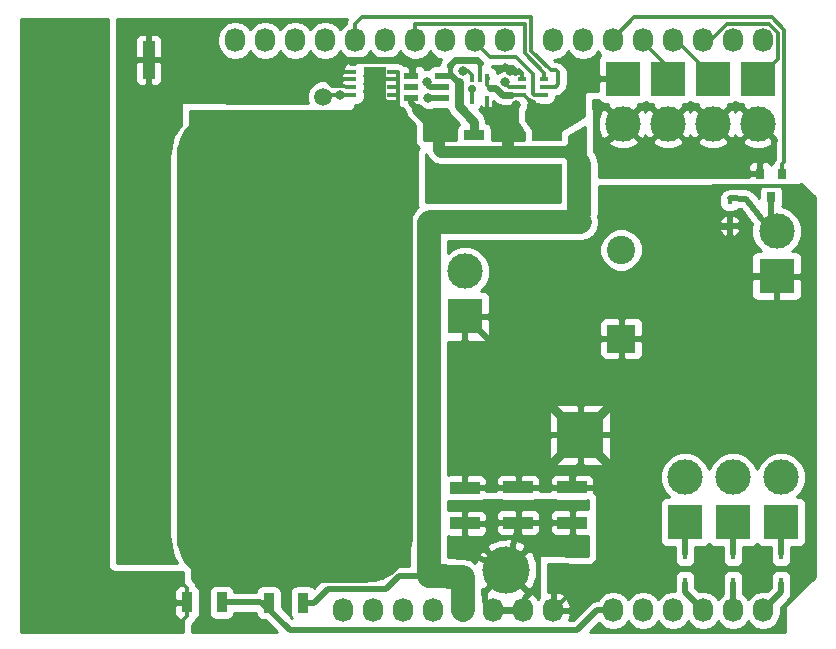
<source format=gtl>
G04 #@! TF.GenerationSoftware,KiCad,Pcbnew,(2017-11-06 revision 9df4ae65e)-makepkg*
G04 #@! TF.CreationDate,2017-12-06T02:01:24-08:00*
G04 #@! TF.ProjectId,MHz_LED_Modulator,4D487A5F4C45445F4D6F64756C61746F,rev?*
G04 #@! TF.SameCoordinates,Original*
G04 #@! TF.FileFunction,Copper,L1,Top,Signal*
G04 #@! TF.FilePolarity,Positive*
%FSLAX46Y46*%
G04 Gerber Fmt 4.6, Leading zero omitted, Abs format (unit mm)*
G04 Created by KiCad (PCBNEW (2017-11-06 revision 9df4ae65e)-makepkg) date 12/06/17 02:01:24*
%MOMM*%
%LPD*%
G01*
G04 APERTURE LIST*
%ADD10R,0.650000X0.400000*%
%ADD11R,0.400000X0.650000*%
%ADD12C,0.100000*%
%ADD13C,20.000000*%
%ADD14R,0.900000X1.700000*%
%ADD15R,1.700000X0.900000*%
%ADD16R,2.500000X1.000000*%
%ADD17R,0.450000X0.600000*%
%ADD18R,1.000000X3.200000*%
%ADD19C,2.999740*%
%ADD20R,2.999740X2.999740*%
%ADD21C,2.400000*%
%ADD22R,2.400000X2.400000*%
%ADD23R,1.219200X0.500000*%
%ADD24R,0.800000X0.900000*%
%ADD25R,0.770000X0.390000*%
%ADD26R,1.960000X2.700000*%
%ADD27R,0.560000X0.390000*%
%ADD28R,4.000500X4.000500*%
%ADD29C,1.500000*%
%ADD30C,4.000500*%
%ADD31O,1.727200X2.032000*%
%ADD32C,1.000000*%
%ADD33C,0.800000*%
%ADD34C,0.700000*%
%ADD35C,2.000000*%
%ADD36C,0.500000*%
%ADD37C,1.000000*%
%ADD38C,0.350000*%
%ADD39C,0.800000*%
%ADD40C,0.400000*%
%ADD41C,0.600000*%
%ADD42C,0.254000*%
G04 APERTURE END LIST*
D10*
X154091600Y-80152000D03*
X154091600Y-78852000D03*
X155991600Y-79502000D03*
X154091600Y-79502000D03*
X155991600Y-78852000D03*
X155991600Y-80152000D03*
D11*
X151145000Y-80604400D03*
X149845000Y-80604400D03*
X150495000Y-78704400D03*
X149845000Y-78704400D03*
X151145000Y-78704400D03*
D12*
G36*
X141233069Y-81492261D02*
X141621361Y-81549859D01*
X142002139Y-81645239D01*
X142371734Y-81777482D01*
X142726587Y-81945315D01*
X143063281Y-82147122D01*
X143378573Y-82380958D01*
X143669427Y-82644573D01*
X143933042Y-82935427D01*
X144166878Y-83250719D01*
X144368685Y-83587413D01*
X144536518Y-83942266D01*
X144668761Y-84311861D01*
X144764141Y-84692639D01*
X144821739Y-85080931D01*
X144841000Y-85473000D01*
X144841000Y-117473000D01*
X144821739Y-117865069D01*
X144764141Y-118253361D01*
X144668761Y-118634139D01*
X144536518Y-119003734D01*
X144368685Y-119358587D01*
X144166878Y-119695281D01*
X143933042Y-120010573D01*
X143669427Y-120301427D01*
X143378573Y-120565042D01*
X143063281Y-120798878D01*
X142726587Y-121000685D01*
X142371734Y-121168518D01*
X142002139Y-121300761D01*
X141621361Y-121396141D01*
X141233069Y-121453739D01*
X140841000Y-121473000D01*
X128841000Y-121473000D01*
X128448931Y-121453739D01*
X128060639Y-121396141D01*
X127679861Y-121300761D01*
X127310266Y-121168518D01*
X126955413Y-121000685D01*
X126618719Y-120798878D01*
X126303427Y-120565042D01*
X126012573Y-120301427D01*
X125748958Y-120010573D01*
X125515122Y-119695281D01*
X125313315Y-119358587D01*
X125145482Y-119003734D01*
X125013239Y-118634139D01*
X124917859Y-118253361D01*
X124860261Y-117865069D01*
X124841000Y-117473000D01*
X124841000Y-85473000D01*
X124860261Y-85080931D01*
X124917859Y-84692639D01*
X125013239Y-84311861D01*
X125145482Y-83942266D01*
X125313315Y-83587413D01*
X125515122Y-83250719D01*
X125748958Y-82935427D01*
X126012573Y-82644573D01*
X126303427Y-82380958D01*
X126618719Y-82147122D01*
X126955413Y-81945315D01*
X127310266Y-81777482D01*
X127679861Y-81645239D01*
X128060639Y-81549859D01*
X128448931Y-81492261D01*
X128841000Y-81473000D01*
X140841000Y-81473000D01*
X141233069Y-81492261D01*
X141233069Y-81492261D01*
G37*
D13*
X134841000Y-101473000D03*
D14*
X132636600Y-123164600D03*
X135536600Y-123164600D03*
X128653200Y-123139200D03*
X125753200Y-123139200D03*
D15*
X150037800Y-86489200D03*
X150037800Y-83589200D03*
D16*
X152933400Y-83539200D03*
X152933400Y-86539200D03*
X147129500Y-83526500D03*
X147129500Y-86526500D03*
X149263100Y-113447700D03*
X149263100Y-116447700D03*
X158343600Y-116384200D03*
X158343600Y-113384200D03*
X153771600Y-113384200D03*
X153771600Y-116384200D03*
X156184600Y-86539200D03*
X156184600Y-83539200D03*
D17*
X176022000Y-121319000D03*
X176022000Y-119219000D03*
X171958000Y-119219000D03*
X171958000Y-121319000D03*
X167894000Y-121319000D03*
X167894000Y-119219000D03*
X171665900Y-89145400D03*
X171665900Y-91245400D03*
D18*
X116280000Y-77216000D03*
X122480000Y-77216000D03*
D19*
X162636200Y-82613500D03*
D20*
X162636200Y-78803500D03*
D21*
X162483800Y-93312600D03*
D22*
X162483800Y-100812600D03*
D23*
X147334600Y-80452001D03*
X147334600Y-79502000D03*
X147334600Y-78551999D03*
X144714600Y-78551999D03*
X144714600Y-79502000D03*
X144714600Y-80452001D03*
D19*
X175641000Y-91719400D03*
D20*
X175641000Y-95529400D03*
D19*
X149250400Y-95123000D03*
D20*
X149250400Y-98933000D03*
D24*
X175183800Y-88845900D03*
X174233800Y-86845900D03*
X176133800Y-86845900D03*
D25*
X139734800Y-78222200D03*
D26*
X141639800Y-79197200D03*
D27*
X142899800Y-78222200D03*
X142899800Y-78872200D03*
X142899800Y-79522200D03*
X142899800Y-80172200D03*
D25*
X139734800Y-78872200D03*
X139734800Y-79522200D03*
X139734800Y-80172200D03*
D19*
X166446200Y-82600800D03*
D20*
X166446200Y-78790800D03*
D28*
X159029400Y-108966000D03*
D29*
X137236200Y-80340200D03*
D30*
X152755600Y-120370600D03*
D20*
X167894000Y-116332000D03*
D19*
X167894000Y-112522000D03*
X171958000Y-112522000D03*
D20*
X171958000Y-116332000D03*
D19*
X174066200Y-82600800D03*
D20*
X174066200Y-78790800D03*
D19*
X170256200Y-82600800D03*
D20*
X170256200Y-78790800D03*
D19*
X176022000Y-112522000D03*
D20*
X176022000Y-116332000D03*
D31*
X138938000Y-123825000D03*
X141478000Y-123825000D03*
X144018000Y-123825000D03*
X146558000Y-123825000D03*
X149098000Y-123825000D03*
X151638000Y-123825000D03*
X154178000Y-123825000D03*
X156718000Y-123825000D03*
X161798000Y-123825000D03*
X164338000Y-123825000D03*
X166878000Y-123825000D03*
X169418000Y-123825000D03*
X171958000Y-123825000D03*
X174498000Y-123825000D03*
X129794000Y-75565000D03*
X132334000Y-75565000D03*
X134874000Y-75565000D03*
X137414000Y-75565000D03*
X139954000Y-75565000D03*
X142494000Y-75565000D03*
X145034000Y-75565000D03*
X147574000Y-75565000D03*
X150114000Y-75565000D03*
X152654000Y-75565000D03*
X156718000Y-75565000D03*
X159258000Y-75565000D03*
X161798000Y-75565000D03*
X164338000Y-75565000D03*
X166878000Y-75565000D03*
X169418000Y-75565000D03*
X171958000Y-75565000D03*
X174498000Y-75565000D03*
D32*
X115000000Y-80000000D03*
X117000000Y-83000000D03*
X114000000Y-86000000D03*
X117000000Y-89000000D03*
X114000000Y-92000000D03*
X117000000Y-95000000D03*
X114000000Y-98000000D03*
X117000000Y-101000000D03*
X114000000Y-104000000D03*
X117000000Y-107000000D03*
X114000000Y-110000000D03*
X117000000Y-113000000D03*
X114000000Y-116000000D03*
X117000000Y-119000000D03*
X114000000Y-122000000D03*
X117000000Y-125000000D03*
X120000000Y-122000000D03*
X123000000Y-125000000D03*
D33*
X142875000Y-95681800D03*
D34*
X149860000Y-79679800D03*
X149860000Y-79679800D03*
D33*
X153543000Y-81051400D03*
X152693000Y-79097477D03*
X149072600Y-78145030D03*
X146024600Y-79044800D03*
X153085800Y-78130400D03*
D32*
X114960400Y-74523600D03*
X113000000Y-77000000D03*
D33*
X174218600Y-85318600D03*
X151511000Y-116967000D03*
X158343600Y-114947700D03*
X156083000Y-116903500D03*
X144272000Y-95681800D03*
X146151600Y-80441800D03*
X151892000Y-88900000D03*
X142875000Y-94411800D03*
X144272000Y-94411800D03*
X156972000Y-88900000D03*
X154432000Y-88900000D03*
X149352000Y-88900000D03*
X146812000Y-88900000D03*
X149275800Y-114935000D03*
X153771600Y-114947700D03*
X138684000Y-80187800D03*
D35*
X149098000Y-121007293D02*
X149098000Y-123825000D01*
X146189700Y-110680500D02*
X146189700Y-91046300D01*
X146189700Y-91046300D02*
X146304000Y-90932000D01*
D36*
X142611066Y-121996200D02*
X137655000Y-121996200D01*
X137655000Y-121996200D02*
X136486600Y-123164600D01*
X136486600Y-123164600D02*
X135536600Y-123164600D01*
X146304000Y-120932787D02*
X143674479Y-120932787D01*
X143674479Y-120932787D02*
X142611066Y-121996200D01*
X145285400Y-81432400D02*
X144703800Y-80850800D01*
D37*
X147129500Y-83026500D02*
X146879500Y-83026500D01*
X146879500Y-83026500D02*
X145285400Y-81432400D01*
D36*
X144703800Y-80850800D02*
X144703800Y-80462801D01*
X144703800Y-80462801D02*
X144714600Y-80452001D01*
D38*
X123000000Y-125000000D02*
X120000000Y-122000000D01*
D36*
X117000000Y-83000000D02*
X114000000Y-86000000D01*
X117000000Y-89000000D02*
X114000000Y-92000000D01*
X117000000Y-95000000D02*
X114000000Y-98000000D01*
X117000000Y-101000000D02*
X114000000Y-104000000D01*
X117000000Y-107000000D02*
X114000000Y-110000000D01*
X117000000Y-113000000D02*
X114000000Y-116000000D01*
X117000000Y-119000000D02*
X114000000Y-122000000D01*
D38*
X117000000Y-125000000D02*
X120000000Y-122000000D01*
X116280000Y-77216000D02*
X115430000Y-77216000D01*
D36*
X115430000Y-77216000D02*
X115000000Y-80000000D01*
D38*
X125753200Y-123139200D02*
X125753200Y-121939200D01*
X125753200Y-121939200D02*
X125403800Y-121589800D01*
X123287600Y-124845000D02*
X123240800Y-124798200D01*
X123240800Y-124798200D02*
X123240800Y-123139200D01*
X125247400Y-124845000D02*
X123287600Y-124845000D01*
X125753200Y-123139200D02*
X125753200Y-124339200D01*
X125753200Y-124339200D02*
X125247400Y-124845000D01*
X149072600Y-78145030D02*
X149537230Y-78145030D01*
X149537230Y-78145030D02*
X149845000Y-78452800D01*
X156184600Y-88900000D02*
X154432000Y-88900000D01*
X156184600Y-87039200D02*
X156184600Y-88900000D01*
X156184600Y-88900000D02*
X156972000Y-88900000D01*
X150037800Y-87039200D02*
X150037800Y-88823800D01*
X150037800Y-88823800D02*
X150114000Y-88900000D01*
X147129500Y-87026500D02*
X147129500Y-88582500D01*
X147129500Y-88582500D02*
X146812000Y-88900000D01*
X162000000Y-112066000D02*
X168560750Y-105505250D01*
X161810700Y-112255300D02*
X162000000Y-112066000D01*
D39*
X159029400Y-109029400D02*
X162000000Y-112000000D01*
X162000000Y-112000000D02*
X162000000Y-112066000D01*
X159029400Y-108966000D02*
X159029400Y-109029400D01*
D40*
X156000000Y-111887000D02*
X158267400Y-111887000D01*
X153771600Y-111887000D02*
X156000000Y-111887000D01*
D39*
X159029400Y-108970600D02*
X156113000Y-111887000D01*
X156113000Y-111887000D02*
X156000000Y-111887000D01*
X159029400Y-108966000D02*
X159029400Y-108970600D01*
X158966000Y-108966000D02*
X155000000Y-105000000D01*
X159029400Y-108966000D02*
X158966000Y-108966000D01*
X159034000Y-108966000D02*
X163000000Y-105000000D01*
X159029400Y-108966000D02*
X159034000Y-108966000D01*
D40*
X161810700Y-112255300D02*
X158267400Y-111887000D01*
X159029400Y-108966000D02*
X159029400Y-111366250D01*
X159029400Y-111366250D02*
X158508650Y-111887000D01*
X158508650Y-111887000D02*
X158267400Y-111887000D01*
X149263100Y-112547700D02*
X149263100Y-111925100D01*
X149263100Y-111925100D02*
X149250400Y-111912400D01*
X149250400Y-111912400D02*
X153746200Y-111912400D01*
X153746200Y-111912400D02*
X153771600Y-111887000D01*
X149263100Y-113447700D02*
X149263100Y-112547700D01*
X149263100Y-112547700D02*
X149250400Y-112535000D01*
D36*
X158343600Y-111963200D02*
X158343600Y-112884200D01*
D40*
X153771600Y-113384200D02*
X153771600Y-111887000D01*
X158267400Y-111887000D02*
X158343600Y-111963200D01*
D38*
X154339190Y-76656591D02*
X155991600Y-78309000D01*
X154339190Y-74214890D02*
X154339190Y-76656591D01*
X155991600Y-78309000D02*
X155991600Y-78852000D01*
X154298290Y-74173990D02*
X154339190Y-74214890D01*
X145059010Y-74173990D02*
X154298290Y-74173990D01*
X145034000Y-75565000D02*
X145034000Y-74199000D01*
X145034000Y-74199000D02*
X145059010Y-74173990D01*
D40*
X134841000Y-101473000D02*
X134112000Y-121843800D01*
D36*
X132636600Y-123164600D02*
X132092700Y-123177300D01*
X128653200Y-123139200D02*
X131826000Y-123139200D01*
X160434400Y-123825000D02*
X158758000Y-125501400D01*
X160434400Y-123825000D02*
X161798000Y-123825000D01*
X158758000Y-125501400D02*
X134416800Y-125501400D01*
X132092700Y-123177300D02*
X134416800Y-125501400D01*
X132086600Y-123171200D02*
X132092700Y-123177300D01*
X131826000Y-123139200D02*
X132086600Y-123171200D01*
D40*
X123330000Y-77216000D02*
X122480000Y-77216000D01*
D38*
X125730000Y-77216000D02*
X126427198Y-77913198D01*
X123330000Y-77216000D02*
X125730000Y-77216000D01*
X126427198Y-77913198D02*
X126427198Y-78675198D01*
X126427198Y-78675198D02*
X137236200Y-78675198D01*
D40*
X156184600Y-83539200D02*
X155130500Y-80987730D01*
D36*
X155130500Y-80987730D02*
X154919779Y-80777009D01*
X154919779Y-80777009D02*
X154813713Y-80777009D01*
X155130500Y-80987730D02*
X155104930Y-80987730D01*
X154813713Y-80777009D02*
X154734567Y-80697863D01*
D38*
X154294769Y-80151999D02*
X154734567Y-80697863D01*
X153142200Y-80177010D02*
X153142200Y-80151999D01*
D41*
X152463608Y-80177010D02*
X153142200Y-80177010D01*
D38*
X154076400Y-80151999D02*
X153142200Y-80177010D01*
X153131799Y-80162400D02*
X153142200Y-80151999D01*
D41*
X151839398Y-79552800D02*
X152463608Y-80177010D01*
X151343800Y-79552800D02*
X151839398Y-79552800D01*
D38*
X151145000Y-79354000D02*
X151343800Y-79552800D01*
X151145000Y-78679000D02*
X151145000Y-79354000D01*
X151170400Y-78829400D02*
X151170400Y-78704400D01*
D39*
X150037800Y-82448400D02*
X150037800Y-83589200D01*
D38*
X150495000Y-77495400D02*
X150495000Y-78452800D01*
D41*
X150244630Y-77245030D02*
X150495000Y-77495400D01*
X149838230Y-77245030D02*
X148406182Y-77245030D01*
X149838230Y-77245030D02*
X150244630Y-77245030D01*
D40*
X147977182Y-78318032D02*
X147977182Y-77674030D01*
D38*
X148102182Y-77734030D02*
X147977182Y-77734030D01*
D41*
X148406182Y-77245030D02*
X147977182Y-77674030D01*
X147977182Y-77674030D02*
X147977182Y-77734030D01*
D40*
X148137149Y-78551999D02*
X148137149Y-78477999D01*
X148137149Y-78477999D02*
X147977182Y-78318032D01*
D36*
X148691427Y-79106277D02*
X148137149Y-78551999D01*
X148137149Y-78551999D02*
X147334600Y-78551999D01*
X148742400Y-79106277D02*
X148691427Y-79106277D01*
D39*
X148742400Y-81153000D02*
X148742400Y-79106277D01*
X150037800Y-82448400D02*
X148742400Y-81153000D01*
D36*
X153085800Y-78130400D02*
X152685801Y-77730401D01*
X149098000Y-123825000D02*
X149496272Y-122402600D01*
X149496272Y-122402600D02*
X149602952Y-122021600D01*
X149487805Y-122394133D02*
X149496272Y-122402600D01*
X149602952Y-122021600D02*
X149809200Y-121285000D01*
X152247600Y-82016600D02*
X152933400Y-82016600D01*
X151917400Y-81686400D02*
X152247600Y-82016600D01*
X152908000Y-81686400D02*
X151917400Y-81686400D01*
X153143001Y-81921401D02*
X152908000Y-81686400D01*
X153543000Y-81051400D02*
X153143001Y-81451399D01*
X153143001Y-81451399D02*
X153143001Y-81921401D01*
X152933400Y-82016600D02*
X152933400Y-83039200D01*
X153543000Y-81051400D02*
X153543000Y-82429600D01*
X153543000Y-82429600D02*
X152933400Y-83039200D01*
D38*
X152977315Y-81407000D02*
X151282400Y-81407000D01*
X153358315Y-81026000D02*
X152977315Y-81407000D01*
X153543000Y-81051400D02*
X153358315Y-81026000D01*
X151145000Y-81269600D02*
X151145000Y-80579000D01*
X151282400Y-81407000D02*
X151145000Y-81269600D01*
X152914600Y-83039200D02*
X151282400Y-81407000D01*
X152933400Y-83039200D02*
X152914600Y-83039200D01*
D37*
X153009600Y-84988400D02*
X155600400Y-84988400D01*
X147193000Y-84988400D02*
X153009600Y-84988400D01*
X152933400Y-83039200D02*
X152933400Y-84912200D01*
X152933400Y-84912200D02*
X153009600Y-84988400D01*
D36*
X152933400Y-83039200D02*
X152889200Y-83039200D01*
X152889200Y-83039200D02*
X152889200Y-82448200D01*
D38*
X153009600Y-79502000D02*
X152755600Y-79248000D01*
X154076400Y-79502000D02*
X153009600Y-79502000D01*
D36*
X146329400Y-79502000D02*
X146126200Y-79298800D01*
X147334600Y-79502000D02*
X146329400Y-79502000D01*
D38*
X178358800Y-88392000D02*
X178358800Y-91414600D01*
X177876200Y-87909400D02*
X178358800Y-88392000D01*
X177622200Y-87909400D02*
X177876200Y-87909400D01*
X170230800Y-87909400D02*
X172796200Y-87909400D01*
X172796200Y-87909400D02*
X173253400Y-87909400D01*
X172796200Y-87909400D02*
X177622200Y-87909400D01*
X173253400Y-87909400D02*
X174142400Y-88798400D01*
X169418000Y-88722200D02*
X170230800Y-87909400D01*
X169418000Y-91135200D02*
X169418000Y-88722200D01*
X169697400Y-91414600D02*
X169418000Y-91135200D01*
X170785100Y-91414600D02*
X169697400Y-91414600D01*
X171665900Y-91445400D02*
X170815900Y-91445400D01*
X170815900Y-91445400D02*
X170785100Y-91414600D01*
D36*
X152933400Y-83039200D02*
X152933400Y-83007200D01*
D38*
X153857199Y-78105000D02*
X153831799Y-78130400D01*
X153831799Y-78130400D02*
X153085800Y-78130400D01*
X154076400Y-78852001D02*
X154076400Y-78324201D01*
X154076400Y-78324201D02*
X153857199Y-78105000D01*
D36*
X152933400Y-83039200D02*
X152683400Y-83039200D01*
X152683400Y-83039200D02*
X152044400Y-82400200D01*
X149809200Y-121285000D02*
X149098000Y-121007293D01*
X146431401Y-120936184D02*
X146304000Y-120650000D01*
X146304000Y-120650000D02*
X146304000Y-120932787D01*
D35*
X149098000Y-121007293D02*
X146304000Y-120932787D01*
X146304000Y-120932787D02*
X146431401Y-120936184D01*
X146177000Y-120929400D02*
X146431401Y-120936184D01*
X146189700Y-110680500D02*
X146177000Y-120929400D01*
X146203499Y-91032501D02*
X146304000Y-90932000D01*
X146304000Y-90932000D02*
X158496000Y-90932000D01*
D38*
X147129500Y-83026500D02*
X147313400Y-83026500D01*
X149936200Y-88900000D02*
X150114000Y-88900000D01*
X149352000Y-88900000D02*
X149936200Y-88900000D01*
X161391600Y-85115400D02*
X161848800Y-85572600D01*
X161391600Y-84277200D02*
X161391600Y-85115400D01*
X162636200Y-83032600D02*
X161391600Y-84277200D01*
X162636200Y-82613500D02*
X162636200Y-83032600D01*
X167614600Y-85039200D02*
X171893291Y-85039200D01*
D36*
X174218600Y-85318600D02*
X172364400Y-84568091D01*
D38*
X164007800Y-86106000D02*
X166547800Y-86106000D01*
D36*
X172364400Y-84568091D02*
X172085000Y-84455000D01*
D38*
X161848800Y-85572600D02*
X163474400Y-85572600D01*
X163474400Y-85572600D02*
X164007800Y-86106000D01*
X166547800Y-86106000D02*
X167614600Y-85039200D01*
X171893291Y-85039200D02*
X172364400Y-84568091D01*
D36*
X115000000Y-80000000D02*
X114000000Y-80000000D01*
X113000000Y-79000000D02*
X113000000Y-77000000D01*
X114000000Y-80000000D02*
X113000000Y-79000000D01*
X149263100Y-116947700D02*
X149275800Y-114935000D01*
X174218600Y-85318600D02*
X175323500Y-84582000D01*
X175514000Y-84010500D02*
X174066200Y-82600800D01*
X175323500Y-84582000D02*
X175514000Y-84010500D01*
X174233800Y-86845900D02*
X174218600Y-85318600D01*
X172085000Y-84455000D02*
X170256200Y-82600800D01*
X151168100Y-118122700D02*
X150104165Y-119232893D01*
X151511000Y-116967000D02*
X151168100Y-118122700D01*
X153771600Y-116884200D02*
X152755600Y-120370600D01*
X149263100Y-116947700D02*
X149263100Y-118872000D01*
X149263100Y-118872000D02*
X150104165Y-119232893D01*
X150104165Y-119232893D02*
X152755600Y-120370600D01*
D38*
X158343600Y-116566700D02*
X158343600Y-114947700D01*
X156083000Y-116586000D02*
X156057600Y-115201700D01*
X156057600Y-115201700D02*
X156311600Y-114947700D01*
X156311600Y-114947700D02*
X158343600Y-114947700D01*
D36*
X149250400Y-98933000D02*
X151815800Y-101396800D01*
X159054800Y-106400600D02*
X159029400Y-104597200D01*
X159054800Y-106400600D02*
X159029400Y-108966000D01*
X151815800Y-101396800D02*
X159029400Y-104597200D01*
X175641000Y-95529400D02*
X171649044Y-95529400D01*
X171649044Y-95529400D02*
X171649044Y-95529396D01*
X166786635Y-101402343D02*
X169926000Y-97917000D01*
X169926000Y-97917000D02*
X171640500Y-98048885D01*
X166814500Y-101409500D02*
X166786635Y-101402343D01*
X166786635Y-101402343D02*
X164490400Y-100812600D01*
X168560750Y-105505250D02*
X166814500Y-101409500D01*
X164490400Y-100812600D02*
X161594800Y-100863400D01*
D38*
X149860000Y-79659002D02*
X149860000Y-80718800D01*
X149860000Y-80718800D02*
X149849800Y-80729000D01*
X144272000Y-95681800D02*
X144272000Y-94411800D01*
D36*
X147334600Y-80452001D02*
X146161801Y-80452001D01*
X146161801Y-80452001D02*
X146151600Y-80441800D01*
D39*
X150037800Y-83039200D02*
X150037800Y-82448400D01*
D38*
X150037800Y-82889200D02*
X150037800Y-83039200D01*
X149849800Y-82851200D02*
X150037800Y-83039200D01*
X154076400Y-80151999D02*
X154294769Y-80151999D01*
X162636200Y-78803500D02*
X160786330Y-78803500D01*
X160786330Y-78803500D02*
X160336330Y-78803500D01*
D39*
X159197301Y-78803500D02*
X160336330Y-78803500D01*
D38*
X154076400Y-80151999D02*
X153670000Y-80151999D01*
D41*
X139135401Y-77247199D02*
X144231600Y-77247199D01*
D39*
X138654000Y-77728600D02*
X139135401Y-77247199D01*
X138654000Y-77876400D02*
X138654000Y-77728600D01*
D38*
X144754600Y-77770199D02*
X144456600Y-77472199D01*
X144932400Y-77947999D02*
X144754600Y-77770199D01*
D39*
X144231600Y-77247199D02*
X144754600Y-77770199D01*
X144231600Y-77247199D02*
X144456600Y-77472199D01*
D38*
X153771600Y-114947700D02*
X153771600Y-116566700D01*
X152654000Y-88900000D02*
X152704800Y-88849200D01*
X152704800Y-88849200D02*
X152704800Y-87013800D01*
X151892000Y-88900000D02*
X152654000Y-88900000D01*
X150114000Y-88900000D02*
X151892000Y-88900000D01*
D36*
X171665900Y-91445400D02*
X171649044Y-95529396D01*
X171649044Y-95529396D02*
X171640500Y-97599500D01*
X171640500Y-97599500D02*
X171640500Y-98048885D01*
D38*
X161798000Y-112268000D02*
X161810700Y-112255300D01*
X161798000Y-112890631D02*
X161798000Y-112268000D01*
X168560750Y-105505250D02*
X168605200Y-105460800D01*
X156718000Y-123825000D02*
X161798000Y-118872000D01*
X161798000Y-118872000D02*
X161798000Y-112890631D01*
X154876500Y-73621900D02*
X154889200Y-73634600D01*
X154363091Y-73621900D02*
X154876500Y-73621900D01*
X154361011Y-73623980D02*
X154363091Y-73621900D01*
X140529020Y-73623980D02*
X154361011Y-73623980D01*
X139954000Y-74199000D02*
X140529020Y-73623980D01*
X139954000Y-75565000D02*
X139954000Y-74199000D01*
X154889200Y-73634600D02*
X154889200Y-76428770D01*
X154889200Y-76428770D02*
X156565430Y-78105000D01*
X156941000Y-79502000D02*
X156006800Y-79502000D01*
X156565430Y-78105000D02*
X156984700Y-78105000D01*
X156984700Y-78105000D02*
X157149800Y-78270100D01*
X157149800Y-79293200D02*
X156941000Y-79502000D01*
X157149800Y-78270100D02*
X157149800Y-79293200D01*
X139954000Y-75565000D02*
X140589941Y-75565000D01*
X155991801Y-78867000D02*
X156006800Y-78852001D01*
X143560800Y-80162400D02*
X143560800Y-81188560D01*
X143560800Y-81188560D02*
X134841000Y-101473000D01*
X142899800Y-78872200D02*
X143560800Y-78865087D01*
X142899800Y-79522200D02*
X143560800Y-79529313D01*
X142899800Y-78222200D02*
X143560800Y-78232000D01*
X143560800Y-78232000D02*
X143560800Y-78865087D01*
X143560800Y-80162400D02*
X142899800Y-80172200D01*
X143560800Y-78865087D02*
X143560800Y-79529313D01*
X143560800Y-79529313D02*
X143560800Y-80162400D01*
X142875000Y-83845400D02*
X141639800Y-82610200D01*
X141639800Y-82610200D02*
X141639800Y-79197200D01*
X142875000Y-94411800D02*
X142875000Y-85293200D01*
X142899800Y-78872200D02*
X141964800Y-78872200D01*
X141964800Y-78872200D02*
X141639800Y-79197200D01*
D37*
X155600400Y-84988400D02*
X157926600Y-84988400D01*
D35*
X158952000Y-90272800D02*
X158952000Y-86013800D01*
X158496000Y-90932000D02*
X158496000Y-90728800D01*
X158496000Y-90728800D02*
X158952000Y-90272800D01*
D37*
X157926600Y-84988400D02*
X158952000Y-86013800D01*
X147040600Y-84836000D02*
X147193000Y-84988400D01*
X147129500Y-83026500D02*
X147040600Y-84836000D01*
D35*
X158496000Y-90932000D02*
X159004000Y-90932000D01*
D38*
X161798000Y-75565000D02*
X161798000Y-75412600D01*
X161798000Y-75412600D02*
X163586618Y-73623982D01*
X176133800Y-86045900D02*
X176133800Y-86845900D01*
X163586618Y-73623982D02*
X175238871Y-73623982D01*
X176286620Y-74671730D02*
X176286620Y-85893080D01*
X175238871Y-73623982D02*
X176286620Y-74671730D01*
X176286620Y-85893080D02*
X176133800Y-86045900D01*
X166446200Y-78790800D02*
X166446200Y-77825600D01*
X166446200Y-77825600D02*
X164338000Y-75717400D01*
X164338000Y-75717400D02*
X164338000Y-75565000D01*
X170256200Y-78651100D02*
X167170100Y-75565000D01*
X170256200Y-78790800D02*
X170256200Y-78651100D01*
X167170100Y-75565000D02*
X166878000Y-75565000D01*
X166878000Y-75717400D02*
X166878000Y-75565000D01*
X169418000Y-75565000D02*
X170053941Y-75565000D01*
X170053941Y-75565000D02*
X171444951Y-74173990D01*
X171444951Y-74173990D02*
X175011049Y-74173990D01*
X175011049Y-74173990D02*
X175736610Y-74899551D01*
X175736610Y-74899551D02*
X175736610Y-77120390D01*
X175736610Y-77120390D02*
X174066200Y-78790800D01*
X162655000Y-78899000D02*
X162814000Y-78740000D01*
X137973801Y-79412799D02*
X137236200Y-78675198D01*
X138689200Y-78872200D02*
X137433202Y-78872200D01*
X137433202Y-78872200D02*
X137236200Y-78675198D01*
X138654000Y-77876400D02*
X138654000Y-78837000D01*
X138654000Y-78837000D02*
X138689200Y-78872200D01*
X145677999Y-77202999D02*
X145677698Y-77203300D01*
X138654000Y-77876400D02*
X138999800Y-78222200D01*
X144932400Y-78551999D02*
X144932400Y-77947999D01*
X139734800Y-78222200D02*
X138999800Y-78222200D01*
D39*
X156718000Y-75565000D02*
X156718000Y-75717400D01*
X147129500Y-83026500D02*
X147859500Y-83026500D01*
D36*
X146651299Y-83026500D02*
X147129500Y-83026500D01*
D38*
X125203200Y-123139200D02*
X123240800Y-123139200D01*
X149199600Y-114947700D02*
X153771600Y-114947700D01*
X149098000Y-123825000D02*
X148844000Y-123825000D01*
X149098000Y-123825000D02*
X149352000Y-123825000D01*
X151638000Y-123825000D02*
X151638000Y-123761500D01*
X152755600Y-120370600D02*
X152971500Y-120154700D01*
D36*
X154178000Y-123825000D02*
X154178000Y-123761500D01*
D38*
X153860500Y-123825000D02*
X154178000Y-123825000D01*
D36*
X152755600Y-123825000D02*
X152654000Y-123825000D01*
X153238200Y-123825000D02*
X154178000Y-123825000D01*
X154178000Y-123825000D02*
X154330400Y-123672600D01*
X154330400Y-123672600D02*
X154330400Y-122783600D01*
X154330400Y-122783600D02*
X154787600Y-122326400D01*
X152755600Y-120370600D02*
X152755600Y-120396000D01*
X152755600Y-120396000D02*
X150926800Y-122224800D01*
X150926800Y-123113800D02*
X151638000Y-123825000D01*
X150926800Y-122224800D02*
X150926800Y-123113800D01*
X151638000Y-123825000D02*
X152654000Y-123825000D01*
X152654000Y-123825000D02*
X153238200Y-123825000D01*
X153238200Y-123825000D02*
X153289000Y-123825000D01*
X154787600Y-122326400D02*
X154711400Y-122326400D01*
X154711400Y-122326400D02*
X152755600Y-120370600D01*
D38*
X156718000Y-123825000D02*
X157378400Y-123825000D01*
D36*
X167894000Y-121519000D02*
X167894000Y-122301000D01*
X167894000Y-122301000D02*
X169418000Y-123825000D01*
D38*
X139954000Y-75946000D02*
X139954000Y-75565000D01*
X139954000Y-75717400D02*
X139954000Y-75565000D01*
X139954000Y-75565000D02*
X139979400Y-75565000D01*
X145034000Y-75565000D02*
X145669941Y-75565000D01*
X145034000Y-75565000D02*
X145034000Y-75412600D01*
X156006800Y-80151999D02*
X155072600Y-80151999D01*
X155072600Y-80151999D02*
X155035601Y-80115000D01*
X155035601Y-80115000D02*
X155035601Y-78374200D01*
X155035601Y-78374200D02*
X153617411Y-76956010D01*
X153617411Y-76956010D02*
X151352610Y-76956010D01*
X151352610Y-76956010D02*
X150114000Y-75717400D01*
X150114000Y-75717400D02*
X150114000Y-75565000D01*
X152654000Y-75565000D02*
X152654000Y-75692000D01*
D36*
X171958000Y-121519000D02*
X171958000Y-123825000D01*
X172212000Y-123571000D02*
X171958000Y-123825000D01*
X176022000Y-116332000D02*
X176022000Y-119019000D01*
X176022000Y-121519000D02*
X176022000Y-122301000D01*
X176022000Y-122301000D02*
X174498000Y-123825000D01*
X171958000Y-116332000D02*
X171958000Y-119019000D01*
X167894000Y-116332000D02*
X167894000Y-119019000D01*
D38*
X138684000Y-80187800D02*
X137388600Y-80187800D01*
X137388600Y-80187800D02*
X137236200Y-80340200D01*
X139734800Y-79522200D02*
X139165402Y-79522200D01*
X139165402Y-79522200D02*
X139056001Y-79412799D01*
X139056001Y-79412799D02*
X137973801Y-79412799D01*
X138689200Y-78872200D02*
X138684000Y-78867000D01*
X139734800Y-78872200D02*
X138689200Y-78872200D01*
X139734800Y-80172200D02*
X138699600Y-80172200D01*
X138699600Y-80172200D02*
X138684000Y-80187800D01*
D36*
X175183800Y-91732100D02*
X173037500Y-88963500D01*
X173037500Y-88963500D02*
X171665900Y-88945400D01*
X175183800Y-91732100D02*
X175183800Y-88845900D01*
D42*
G36*
X151765000Y-123698000D02*
X154051000Y-123698000D01*
X154051000Y-123678000D01*
X154305000Y-123678000D01*
X154305000Y-123698000D01*
X154325000Y-123698000D01*
X154325000Y-123952000D01*
X154305000Y-123952000D01*
X154305000Y-123972000D01*
X154051000Y-123972000D01*
X154051000Y-123952000D01*
X151765000Y-123952000D01*
X151765000Y-123972000D01*
X151511000Y-123972000D01*
X151511000Y-123952000D01*
X151491000Y-123952000D01*
X151491000Y-123698000D01*
X151511000Y-123698000D01*
X151511000Y-123678000D01*
X151765000Y-123678000D01*
X151765000Y-123698000D01*
X151765000Y-123698000D01*
G37*
X151765000Y-123698000D02*
X154051000Y-123698000D01*
X154051000Y-123678000D01*
X154305000Y-123678000D01*
X154305000Y-123698000D01*
X154325000Y-123698000D01*
X154325000Y-123952000D01*
X154305000Y-123952000D01*
X154305000Y-123972000D01*
X154051000Y-123972000D01*
X154051000Y-123952000D01*
X151765000Y-123952000D01*
X151765000Y-123972000D01*
X151511000Y-123972000D01*
X151511000Y-123952000D01*
X151491000Y-123952000D01*
X151491000Y-123698000D01*
X151511000Y-123698000D01*
X151511000Y-123678000D01*
X151765000Y-123678000D01*
X151765000Y-123698000D01*
G36*
X152521600Y-114531640D02*
X155021600Y-114531640D01*
X155228427Y-114490500D01*
X156886773Y-114490500D01*
X157093600Y-114531640D01*
X159593600Y-114531640D01*
X159702500Y-114509979D01*
X159702500Y-115249200D01*
X158629350Y-115249200D01*
X158470600Y-115407950D01*
X158470600Y-116257200D01*
X158490600Y-116257200D01*
X158490600Y-116511200D01*
X158470600Y-116511200D01*
X158470600Y-117360450D01*
X158629350Y-117519200D01*
X159702500Y-117519200D01*
X159702500Y-119188721D01*
X155672296Y-119164102D01*
X155623637Y-119173473D01*
X155582268Y-119200751D01*
X155554486Y-119241783D01*
X155544521Y-119291504D01*
X155555469Y-122734528D01*
X155451539Y-122890069D01*
X155080036Y-122474268D01*
X154552791Y-122220291D01*
X154537026Y-122217642D01*
X154436805Y-122269967D01*
X154451197Y-122245802D01*
X152755600Y-120550205D01*
X151060003Y-122245802D01*
X151093497Y-122302042D01*
X150735964Y-122474268D01*
X150733000Y-122477585D01*
X150733000Y-121978413D01*
X150880398Y-122066197D01*
X152575995Y-120370600D01*
X152935205Y-120370600D01*
X154630802Y-122066197D01*
X155001549Y-121845397D01*
X155394967Y-120873647D01*
X155386565Y-119825313D01*
X155001549Y-118895803D01*
X154630802Y-118675003D01*
X152935205Y-120370600D01*
X152575995Y-120370600D01*
X150880398Y-118675003D01*
X150509651Y-118895803D01*
X150150811Y-119782144D01*
X150006678Y-119685838D01*
X149763731Y-119513966D01*
X149742117Y-119509064D01*
X149723687Y-119496750D01*
X149431804Y-119438691D01*
X149141584Y-119372874D01*
X147813974Y-119337471D01*
X147815017Y-118495398D01*
X151060003Y-118495398D01*
X152755600Y-120190995D01*
X154451197Y-118495398D01*
X154230397Y-118124651D01*
X153258647Y-117731233D01*
X152210313Y-117739635D01*
X151280803Y-118124651D01*
X151060003Y-118495398D01*
X147815017Y-118495398D01*
X147816185Y-117553454D01*
X147886790Y-117582700D01*
X148977350Y-117582700D01*
X149136100Y-117423950D01*
X149136100Y-116574700D01*
X149390100Y-116574700D01*
X149390100Y-117423950D01*
X149548850Y-117582700D01*
X150639410Y-117582700D01*
X150872799Y-117486027D01*
X151051427Y-117307398D01*
X151148100Y-117074009D01*
X151148100Y-116733450D01*
X151084600Y-116669950D01*
X151886600Y-116669950D01*
X151886600Y-117010509D01*
X151983273Y-117243898D01*
X152161901Y-117422527D01*
X152395290Y-117519200D01*
X153485850Y-117519200D01*
X153644600Y-117360450D01*
X153644600Y-116511200D01*
X153898600Y-116511200D01*
X153898600Y-117360450D01*
X154057350Y-117519200D01*
X155147910Y-117519200D01*
X155381299Y-117422527D01*
X155559927Y-117243898D01*
X155656600Y-117010509D01*
X155656600Y-116669950D01*
X156458600Y-116669950D01*
X156458600Y-117010509D01*
X156555273Y-117243898D01*
X156733901Y-117422527D01*
X156967290Y-117519200D01*
X158057850Y-117519200D01*
X158216600Y-117360450D01*
X158216600Y-116511200D01*
X156617350Y-116511200D01*
X156458600Y-116669950D01*
X155656600Y-116669950D01*
X155497850Y-116511200D01*
X153898600Y-116511200D01*
X153644600Y-116511200D01*
X152045350Y-116511200D01*
X151886600Y-116669950D01*
X151084600Y-116669950D01*
X150989350Y-116574700D01*
X149390100Y-116574700D01*
X149136100Y-116574700D01*
X149116100Y-116574700D01*
X149116100Y-116320700D01*
X149136100Y-116320700D01*
X149136100Y-115471450D01*
X149390100Y-115471450D01*
X149390100Y-116320700D01*
X150989350Y-116320700D01*
X151148100Y-116161950D01*
X151148100Y-115821391D01*
X151121798Y-115757891D01*
X151886600Y-115757891D01*
X151886600Y-116098450D01*
X152045350Y-116257200D01*
X153644600Y-116257200D01*
X153644600Y-115407950D01*
X153898600Y-115407950D01*
X153898600Y-116257200D01*
X155497850Y-116257200D01*
X155656600Y-116098450D01*
X155656600Y-115757891D01*
X156458600Y-115757891D01*
X156458600Y-116098450D01*
X156617350Y-116257200D01*
X158216600Y-116257200D01*
X158216600Y-115407950D01*
X158057850Y-115249200D01*
X156967290Y-115249200D01*
X156733901Y-115345873D01*
X156555273Y-115524502D01*
X156458600Y-115757891D01*
X155656600Y-115757891D01*
X155559927Y-115524502D01*
X155381299Y-115345873D01*
X155147910Y-115249200D01*
X154057350Y-115249200D01*
X153898600Y-115407950D01*
X153644600Y-115407950D01*
X153485850Y-115249200D01*
X152395290Y-115249200D01*
X152161901Y-115345873D01*
X151983273Y-115524502D01*
X151886600Y-115757891D01*
X151121798Y-115757891D01*
X151051427Y-115588002D01*
X150872799Y-115409373D01*
X150639410Y-115312700D01*
X149548850Y-115312700D01*
X149390100Y-115471450D01*
X149136100Y-115471450D01*
X148977350Y-115312700D01*
X147886790Y-115312700D01*
X147818927Y-115340810D01*
X147819898Y-114556710D01*
X148013100Y-114595140D01*
X150513100Y-114595140D01*
X150760865Y-114545857D01*
X150843712Y-114490500D01*
X152314773Y-114490500D01*
X152521600Y-114531640D01*
X152521600Y-114531640D01*
G37*
X152521600Y-114531640D02*
X155021600Y-114531640D01*
X155228427Y-114490500D01*
X156886773Y-114490500D01*
X157093600Y-114531640D01*
X159593600Y-114531640D01*
X159702500Y-114509979D01*
X159702500Y-115249200D01*
X158629350Y-115249200D01*
X158470600Y-115407950D01*
X158470600Y-116257200D01*
X158490600Y-116257200D01*
X158490600Y-116511200D01*
X158470600Y-116511200D01*
X158470600Y-117360450D01*
X158629350Y-117519200D01*
X159702500Y-117519200D01*
X159702500Y-119188721D01*
X155672296Y-119164102D01*
X155623637Y-119173473D01*
X155582268Y-119200751D01*
X155554486Y-119241783D01*
X155544521Y-119291504D01*
X155555469Y-122734528D01*
X155451539Y-122890069D01*
X155080036Y-122474268D01*
X154552791Y-122220291D01*
X154537026Y-122217642D01*
X154436805Y-122269967D01*
X154451197Y-122245802D01*
X152755600Y-120550205D01*
X151060003Y-122245802D01*
X151093497Y-122302042D01*
X150735964Y-122474268D01*
X150733000Y-122477585D01*
X150733000Y-121978413D01*
X150880398Y-122066197D01*
X152575995Y-120370600D01*
X152935205Y-120370600D01*
X154630802Y-122066197D01*
X155001549Y-121845397D01*
X155394967Y-120873647D01*
X155386565Y-119825313D01*
X155001549Y-118895803D01*
X154630802Y-118675003D01*
X152935205Y-120370600D01*
X152575995Y-120370600D01*
X150880398Y-118675003D01*
X150509651Y-118895803D01*
X150150811Y-119782144D01*
X150006678Y-119685838D01*
X149763731Y-119513966D01*
X149742117Y-119509064D01*
X149723687Y-119496750D01*
X149431804Y-119438691D01*
X149141584Y-119372874D01*
X147813974Y-119337471D01*
X147815017Y-118495398D01*
X151060003Y-118495398D01*
X152755600Y-120190995D01*
X154451197Y-118495398D01*
X154230397Y-118124651D01*
X153258647Y-117731233D01*
X152210313Y-117739635D01*
X151280803Y-118124651D01*
X151060003Y-118495398D01*
X147815017Y-118495398D01*
X147816185Y-117553454D01*
X147886790Y-117582700D01*
X148977350Y-117582700D01*
X149136100Y-117423950D01*
X149136100Y-116574700D01*
X149390100Y-116574700D01*
X149390100Y-117423950D01*
X149548850Y-117582700D01*
X150639410Y-117582700D01*
X150872799Y-117486027D01*
X151051427Y-117307398D01*
X151148100Y-117074009D01*
X151148100Y-116733450D01*
X151084600Y-116669950D01*
X151886600Y-116669950D01*
X151886600Y-117010509D01*
X151983273Y-117243898D01*
X152161901Y-117422527D01*
X152395290Y-117519200D01*
X153485850Y-117519200D01*
X153644600Y-117360450D01*
X153644600Y-116511200D01*
X153898600Y-116511200D01*
X153898600Y-117360450D01*
X154057350Y-117519200D01*
X155147910Y-117519200D01*
X155381299Y-117422527D01*
X155559927Y-117243898D01*
X155656600Y-117010509D01*
X155656600Y-116669950D01*
X156458600Y-116669950D01*
X156458600Y-117010509D01*
X156555273Y-117243898D01*
X156733901Y-117422527D01*
X156967290Y-117519200D01*
X158057850Y-117519200D01*
X158216600Y-117360450D01*
X158216600Y-116511200D01*
X156617350Y-116511200D01*
X156458600Y-116669950D01*
X155656600Y-116669950D01*
X155497850Y-116511200D01*
X153898600Y-116511200D01*
X153644600Y-116511200D01*
X152045350Y-116511200D01*
X151886600Y-116669950D01*
X151084600Y-116669950D01*
X150989350Y-116574700D01*
X149390100Y-116574700D01*
X149136100Y-116574700D01*
X149116100Y-116574700D01*
X149116100Y-116320700D01*
X149136100Y-116320700D01*
X149136100Y-115471450D01*
X149390100Y-115471450D01*
X149390100Y-116320700D01*
X150989350Y-116320700D01*
X151148100Y-116161950D01*
X151148100Y-115821391D01*
X151121798Y-115757891D01*
X151886600Y-115757891D01*
X151886600Y-116098450D01*
X152045350Y-116257200D01*
X153644600Y-116257200D01*
X153644600Y-115407950D01*
X153898600Y-115407950D01*
X153898600Y-116257200D01*
X155497850Y-116257200D01*
X155656600Y-116098450D01*
X155656600Y-115757891D01*
X156458600Y-115757891D01*
X156458600Y-116098450D01*
X156617350Y-116257200D01*
X158216600Y-116257200D01*
X158216600Y-115407950D01*
X158057850Y-115249200D01*
X156967290Y-115249200D01*
X156733901Y-115345873D01*
X156555273Y-115524502D01*
X156458600Y-115757891D01*
X155656600Y-115757891D01*
X155559927Y-115524502D01*
X155381299Y-115345873D01*
X155147910Y-115249200D01*
X154057350Y-115249200D01*
X153898600Y-115407950D01*
X153644600Y-115407950D01*
X153485850Y-115249200D01*
X152395290Y-115249200D01*
X152161901Y-115345873D01*
X151983273Y-115524502D01*
X151886600Y-115757891D01*
X151121798Y-115757891D01*
X151051427Y-115588002D01*
X150872799Y-115409373D01*
X150639410Y-115312700D01*
X149548850Y-115312700D01*
X149390100Y-115471450D01*
X149136100Y-115471450D01*
X148977350Y-115312700D01*
X147886790Y-115312700D01*
X147818927Y-115340810D01*
X147819898Y-114556710D01*
X148013100Y-114595140D01*
X150513100Y-114595140D01*
X150760865Y-114545857D01*
X150843712Y-114490500D01*
X152314773Y-114490500D01*
X152521600Y-114531640D01*
G36*
X118999000Y-119913400D02*
X119047336Y-120156404D01*
X119184987Y-120362413D01*
X119390996Y-120500064D01*
X119634000Y-120548400D01*
X125356057Y-120548400D01*
X125368361Y-121654200D01*
X125176891Y-121654200D01*
X124943502Y-121750873D01*
X124764873Y-121929501D01*
X124668200Y-122162890D01*
X124668200Y-122853450D01*
X124826950Y-123012200D01*
X125383471Y-123012200D01*
X125386297Y-123266200D01*
X124826950Y-123266200D01*
X124668200Y-123424950D01*
X124668200Y-124115510D01*
X124764873Y-124348899D01*
X124943502Y-124527527D01*
X125176891Y-124624200D01*
X125401406Y-124624200D01*
X125412875Y-125655000D01*
X111708000Y-125655000D01*
X111708000Y-73735000D01*
X118999000Y-73735000D01*
X118999000Y-119913400D01*
X118999000Y-119913400D01*
G37*
X118999000Y-119913400D02*
X119047336Y-120156404D01*
X119184987Y-120362413D01*
X119390996Y-120500064D01*
X119634000Y-120548400D01*
X125356057Y-120548400D01*
X125368361Y-121654200D01*
X125176891Y-121654200D01*
X124943502Y-121750873D01*
X124764873Y-121929501D01*
X124668200Y-122162890D01*
X124668200Y-122853450D01*
X124826950Y-123012200D01*
X125383471Y-123012200D01*
X125386297Y-123266200D01*
X124826950Y-123266200D01*
X124668200Y-123424950D01*
X124668200Y-124115510D01*
X124764873Y-124348899D01*
X124943502Y-124527527D01*
X125176891Y-124624200D01*
X125401406Y-124624200D01*
X125412875Y-125655000D01*
X111708000Y-125655000D01*
X111708000Y-73735000D01*
X118999000Y-73735000D01*
X118999000Y-119913400D01*
G36*
X142063078Y-80027425D02*
X142112339Y-80308111D01*
X142251501Y-80513102D01*
X142458516Y-80649234D01*
X142701869Y-80695783D01*
X143457560Y-80690226D01*
X143457560Y-80702001D01*
X143506843Y-80949766D01*
X143647191Y-81159810D01*
X143857235Y-81300158D01*
X143975893Y-81323760D01*
X144035788Y-81413400D01*
X144078010Y-81476590D01*
X144179347Y-81577927D01*
X144236797Y-81866745D01*
X144482834Y-82234966D01*
X145008350Y-82760482D01*
X145008225Y-84081746D01*
X145056098Y-84323687D01*
X145193354Y-84529959D01*
X145352923Y-84637021D01*
X145346987Y-84640987D01*
X145209336Y-84846996D01*
X145161000Y-85090000D01*
X145161000Y-89408000D01*
X145209336Y-89651004D01*
X145248052Y-89708947D01*
X145147880Y-89775880D01*
X145033580Y-89890180D01*
X144679157Y-90420612D01*
X144554699Y-91046300D01*
X144554700Y-91046305D01*
X144554700Y-110679281D01*
X144543091Y-120047787D01*
X143674484Y-120047787D01*
X143674479Y-120047786D01*
X143335804Y-120115154D01*
X143048689Y-120306997D01*
X143048687Y-120307000D01*
X142244486Y-121111200D01*
X137655005Y-121111200D01*
X137655000Y-121111199D01*
X137316325Y-121178567D01*
X137029210Y-121370410D01*
X137029208Y-121370413D01*
X136483831Y-121915790D01*
X136444409Y-121856791D01*
X136234365Y-121716443D01*
X135986600Y-121667160D01*
X135086600Y-121667160D01*
X134838835Y-121716443D01*
X134628791Y-121856791D01*
X134488443Y-122066835D01*
X134439160Y-122314600D01*
X134439160Y-124014600D01*
X134488443Y-124262365D01*
X134607451Y-124440472D01*
X133734040Y-123567060D01*
X133734040Y-122314600D01*
X133684757Y-122066835D01*
X133544409Y-121856791D01*
X133334365Y-121716443D01*
X133086600Y-121667160D01*
X132186600Y-121667160D01*
X131938835Y-121716443D01*
X131728791Y-121856791D01*
X131588443Y-122066835D01*
X131551174Y-122254200D01*
X129743678Y-122254200D01*
X129701357Y-122041435D01*
X129561009Y-121831391D01*
X129350965Y-121691043D01*
X129103200Y-121641760D01*
X128203200Y-121641760D01*
X127955435Y-121691043D01*
X127745391Y-121831391D01*
X127605043Y-122041435D01*
X127555760Y-122289200D01*
X127555760Y-123989200D01*
X127605043Y-124236965D01*
X127745391Y-124447009D01*
X127955435Y-124587357D01*
X128203200Y-124636640D01*
X129103200Y-124636640D01*
X129350965Y-124587357D01*
X129561009Y-124447009D01*
X129701357Y-124236965D01*
X129743678Y-124024200D01*
X131541070Y-124024200D01*
X131588443Y-124262365D01*
X131728791Y-124472409D01*
X131938835Y-124612757D01*
X132186600Y-124662040D01*
X132325860Y-124662040D01*
X133318821Y-125655000D01*
X126174922Y-125655000D01*
X126168408Y-125069505D01*
X126325956Y-124911957D01*
X126418641Y-124773244D01*
X126501542Y-124649174D01*
X126523476Y-124538907D01*
X126661009Y-124447009D01*
X126801357Y-124236965D01*
X126850640Y-123989200D01*
X126850640Y-122289200D01*
X126801357Y-122041435D01*
X126661009Y-121831391D01*
X126523476Y-121739493D01*
X126501542Y-121629226D01*
X126376040Y-121441400D01*
X126325956Y-121366443D01*
X126124970Y-121165458D01*
X126110961Y-119906335D01*
X126085161Y-119777455D01*
X125960680Y-81561836D01*
X136665045Y-81602691D01*
X136959498Y-81724959D01*
X137510485Y-81725440D01*
X137797103Y-81607012D01*
X139341868Y-81612908D01*
X139582690Y-81566463D01*
X139789771Y-81430432D01*
X139929033Y-81225508D01*
X139972698Y-81014640D01*
X140119800Y-81014640D01*
X140367565Y-80965357D01*
X140577609Y-80825009D01*
X140717957Y-80614965D01*
X140767240Y-80367200D01*
X140767240Y-79977200D01*
X140741382Y-79847200D01*
X140767240Y-79717200D01*
X140767240Y-79327200D01*
X140741382Y-79197200D01*
X140767240Y-79067200D01*
X140767240Y-78677200D01*
X140741382Y-78547200D01*
X140767240Y-78417200D01*
X140767240Y-78328329D01*
X142154114Y-78297736D01*
X142063078Y-80027425D01*
X142063078Y-80027425D01*
G37*
X142063078Y-80027425D02*
X142112339Y-80308111D01*
X142251501Y-80513102D01*
X142458516Y-80649234D01*
X142701869Y-80695783D01*
X143457560Y-80690226D01*
X143457560Y-80702001D01*
X143506843Y-80949766D01*
X143647191Y-81159810D01*
X143857235Y-81300158D01*
X143975893Y-81323760D01*
X144035788Y-81413400D01*
X144078010Y-81476590D01*
X144179347Y-81577927D01*
X144236797Y-81866745D01*
X144482834Y-82234966D01*
X145008350Y-82760482D01*
X145008225Y-84081746D01*
X145056098Y-84323687D01*
X145193354Y-84529959D01*
X145352923Y-84637021D01*
X145346987Y-84640987D01*
X145209336Y-84846996D01*
X145161000Y-85090000D01*
X145161000Y-89408000D01*
X145209336Y-89651004D01*
X145248052Y-89708947D01*
X145147880Y-89775880D01*
X145033580Y-89890180D01*
X144679157Y-90420612D01*
X144554699Y-91046300D01*
X144554700Y-91046305D01*
X144554700Y-110679281D01*
X144543091Y-120047787D01*
X143674484Y-120047787D01*
X143674479Y-120047786D01*
X143335804Y-120115154D01*
X143048689Y-120306997D01*
X143048687Y-120307000D01*
X142244486Y-121111200D01*
X137655005Y-121111200D01*
X137655000Y-121111199D01*
X137316325Y-121178567D01*
X137029210Y-121370410D01*
X137029208Y-121370413D01*
X136483831Y-121915790D01*
X136444409Y-121856791D01*
X136234365Y-121716443D01*
X135986600Y-121667160D01*
X135086600Y-121667160D01*
X134838835Y-121716443D01*
X134628791Y-121856791D01*
X134488443Y-122066835D01*
X134439160Y-122314600D01*
X134439160Y-124014600D01*
X134488443Y-124262365D01*
X134607451Y-124440472D01*
X133734040Y-123567060D01*
X133734040Y-122314600D01*
X133684757Y-122066835D01*
X133544409Y-121856791D01*
X133334365Y-121716443D01*
X133086600Y-121667160D01*
X132186600Y-121667160D01*
X131938835Y-121716443D01*
X131728791Y-121856791D01*
X131588443Y-122066835D01*
X131551174Y-122254200D01*
X129743678Y-122254200D01*
X129701357Y-122041435D01*
X129561009Y-121831391D01*
X129350965Y-121691043D01*
X129103200Y-121641760D01*
X128203200Y-121641760D01*
X127955435Y-121691043D01*
X127745391Y-121831391D01*
X127605043Y-122041435D01*
X127555760Y-122289200D01*
X127555760Y-123989200D01*
X127605043Y-124236965D01*
X127745391Y-124447009D01*
X127955435Y-124587357D01*
X128203200Y-124636640D01*
X129103200Y-124636640D01*
X129350965Y-124587357D01*
X129561009Y-124447009D01*
X129701357Y-124236965D01*
X129743678Y-124024200D01*
X131541070Y-124024200D01*
X131588443Y-124262365D01*
X131728791Y-124472409D01*
X131938835Y-124612757D01*
X132186600Y-124662040D01*
X132325860Y-124662040D01*
X133318821Y-125655000D01*
X126174922Y-125655000D01*
X126168408Y-125069505D01*
X126325956Y-124911957D01*
X126418641Y-124773244D01*
X126501542Y-124649174D01*
X126523476Y-124538907D01*
X126661009Y-124447009D01*
X126801357Y-124236965D01*
X126850640Y-123989200D01*
X126850640Y-122289200D01*
X126801357Y-122041435D01*
X126661009Y-121831391D01*
X126523476Y-121739493D01*
X126501542Y-121629226D01*
X126376040Y-121441400D01*
X126325956Y-121366443D01*
X126124970Y-121165458D01*
X126110961Y-119906335D01*
X126085161Y-119777455D01*
X125960680Y-81561836D01*
X136665045Y-81602691D01*
X136959498Y-81724959D01*
X137510485Y-81725440D01*
X137797103Y-81607012D01*
X139341868Y-81612908D01*
X139582690Y-81566463D01*
X139789771Y-81430432D01*
X139929033Y-81225508D01*
X139972698Y-81014640D01*
X140119800Y-81014640D01*
X140367565Y-80965357D01*
X140577609Y-80825009D01*
X140717957Y-80614965D01*
X140767240Y-80367200D01*
X140767240Y-79977200D01*
X140741382Y-79847200D01*
X140767240Y-79717200D01*
X140767240Y-79327200D01*
X140741382Y-79197200D01*
X140767240Y-79067200D01*
X140767240Y-78677200D01*
X140741382Y-78547200D01*
X140767240Y-78417200D01*
X140767240Y-78328329D01*
X142154114Y-78297736D01*
X142063078Y-80027425D01*
G36*
X145971947Y-85218367D02*
X145986481Y-85242616D01*
X145991997Y-85270345D01*
X146099834Y-85431734D01*
X146199619Y-85598217D01*
X146222327Y-85615058D01*
X146238034Y-85638566D01*
X146390434Y-85790966D01*
X146758654Y-86037003D01*
X147193000Y-86123400D01*
X157317000Y-86123400D01*
X157317000Y-89281000D01*
X145923000Y-89281000D01*
X145923000Y-85217000D01*
X145971744Y-85217000D01*
X145971947Y-85218367D01*
X145971947Y-85218367D01*
G37*
X145971947Y-85218367D02*
X145986481Y-85242616D01*
X145991997Y-85270345D01*
X146099834Y-85431734D01*
X146199619Y-85598217D01*
X146222327Y-85615058D01*
X146238034Y-85638566D01*
X146390434Y-85790966D01*
X146758654Y-86037003D01*
X147193000Y-86123400D01*
X157317000Y-86123400D01*
X157317000Y-89281000D01*
X145923000Y-89281000D01*
X145923000Y-85217000D01*
X145971744Y-85217000D01*
X145971947Y-85218367D01*
G36*
X159410400Y-84281488D02*
X159410400Y-84378800D01*
X159410406Y-84381597D01*
X159414246Y-85253227D01*
X154965400Y-85267395D01*
X154965400Y-84686640D01*
X157434600Y-84686640D01*
X157682365Y-84637357D01*
X157892409Y-84497009D01*
X158032757Y-84286965D01*
X158082040Y-84039200D01*
X158082040Y-83616548D01*
X159391149Y-82856941D01*
X159410400Y-84281488D01*
X159410400Y-84281488D01*
G37*
X159410400Y-84281488D02*
X159410400Y-84378800D01*
X159410406Y-84381597D01*
X159414246Y-85253227D01*
X154965400Y-85267395D01*
X154965400Y-84686640D01*
X157434600Y-84686640D01*
X157682365Y-84637357D01*
X157892409Y-84497009D01*
X158032757Y-84286965D01*
X158082040Y-84039200D01*
X158082040Y-83616548D01*
X159391149Y-82856941D01*
X159410400Y-84281488D01*
G36*
X151802463Y-80838155D02*
X152105799Y-81040837D01*
X152463608Y-81112010D01*
X153142200Y-81112010D01*
X153406609Y-81059415D01*
X153282402Y-81558423D01*
X153277124Y-81842155D01*
X153374316Y-82070061D01*
X154287160Y-83405930D01*
X154287160Y-83971345D01*
X151535240Y-83966079D01*
X151535240Y-83139200D01*
X151485957Y-82891435D01*
X151345609Y-82681391D01*
X151135565Y-82541043D01*
X151072800Y-82528558D01*
X151072800Y-82448405D01*
X151072801Y-82448400D01*
X150994015Y-82052322D01*
X150882118Y-81884856D01*
X150769656Y-81716544D01*
X150769653Y-81716542D01*
X150465350Y-81412239D01*
X150502809Y-81387209D01*
X150643157Y-81177165D01*
X150650208Y-81141717D01*
X150657067Y-81176201D01*
X150684597Y-81217403D01*
X150725799Y-81244933D01*
X150774400Y-81254600D01*
X151536400Y-81254600D01*
X151585001Y-81244933D01*
X151626203Y-81217403D01*
X151653733Y-81176201D01*
X151663400Y-81127600D01*
X151663400Y-80699092D01*
X151802463Y-80838155D01*
X151802463Y-80838155D01*
G37*
X151802463Y-80838155D02*
X152105799Y-81040837D01*
X152463608Y-81112010D01*
X153142200Y-81112010D01*
X153406609Y-81059415D01*
X153282402Y-81558423D01*
X153277124Y-81842155D01*
X153374316Y-82070061D01*
X154287160Y-83405930D01*
X154287160Y-83971345D01*
X151535240Y-83966079D01*
X151535240Y-83139200D01*
X151485957Y-82891435D01*
X151345609Y-82681391D01*
X151135565Y-82541043D01*
X151072800Y-82528558D01*
X151072800Y-82448405D01*
X151072801Y-82448400D01*
X150994015Y-82052322D01*
X150882118Y-81884856D01*
X150769656Y-81716544D01*
X150769653Y-81716542D01*
X150465350Y-81412239D01*
X150502809Y-81387209D01*
X150643157Y-81177165D01*
X150650208Y-81141717D01*
X150657067Y-81176201D01*
X150684597Y-81217403D01*
X150725799Y-81244933D01*
X150774400Y-81254600D01*
X151536400Y-81254600D01*
X151585001Y-81244933D01*
X151626203Y-81217403D01*
X151653733Y-81176201D01*
X151663400Y-81127600D01*
X151663400Y-80699092D01*
X151802463Y-80838155D01*
G36*
X146725000Y-81349441D02*
X147746474Y-81349441D01*
X147786185Y-81549077D01*
X148010544Y-81884856D01*
X148776202Y-82650513D01*
X148729991Y-82681391D01*
X148589643Y-82891435D01*
X148540360Y-83139200D01*
X148540360Y-83960349D01*
X145770237Y-83955049D01*
X145770478Y-81404226D01*
X145944823Y-81476620D01*
X146356571Y-81476979D01*
X146684658Y-81341417D01*
X146725000Y-81349441D01*
X146725000Y-81349441D01*
G37*
X146725000Y-81349441D02*
X147746474Y-81349441D01*
X147786185Y-81549077D01*
X148010544Y-81884856D01*
X148776202Y-82650513D01*
X148729991Y-82681391D01*
X148589643Y-82891435D01*
X148540360Y-83139200D01*
X148540360Y-83960349D01*
X145770237Y-83955049D01*
X145770478Y-81404226D01*
X145944823Y-81476620D01*
X146356571Y-81476979D01*
X146684658Y-81341417D01*
X146725000Y-81349441D01*
G36*
X153874989Y-78359101D02*
X153568442Y-78359000D01*
X153519838Y-78368651D01*
X153478627Y-78396168D01*
X153469290Y-78410132D01*
X153280046Y-78220558D01*
X152899777Y-78062657D01*
X152488029Y-78062298D01*
X152107485Y-78219535D01*
X151984969Y-78341838D01*
X151943157Y-78131635D01*
X151802809Y-77921591D01*
X151592765Y-77781243D01*
X151516183Y-77766010D01*
X153281899Y-77766010D01*
X153874989Y-78359101D01*
X153874989Y-78359101D01*
G37*
X153874989Y-78359101D02*
X153568442Y-78359000D01*
X153519838Y-78368651D01*
X153478627Y-78396168D01*
X153469290Y-78410132D01*
X153280046Y-78220558D01*
X152899777Y-78062657D01*
X152488029Y-78062298D01*
X152107485Y-78219535D01*
X151984969Y-78341838D01*
X151943157Y-78131635D01*
X151802809Y-77921591D01*
X151592765Y-77781243D01*
X151516183Y-77766010D01*
X153281899Y-77766010D01*
X153874989Y-78359101D01*
G36*
X160678521Y-80761179D02*
X160888565Y-80901527D01*
X161136330Y-80950810D01*
X161376516Y-80950810D01*
X161301928Y-81099623D01*
X162636200Y-82433895D01*
X163970472Y-81099623D01*
X163895884Y-80950810D01*
X164136070Y-80950810D01*
X164383835Y-80901527D01*
X164550703Y-80790028D01*
X164698565Y-80888827D01*
X164946330Y-80938110D01*
X165186516Y-80938110D01*
X165111928Y-81086923D01*
X166446200Y-82421195D01*
X167780472Y-81086923D01*
X167705884Y-80938110D01*
X167946070Y-80938110D01*
X168193835Y-80888827D01*
X168351200Y-80783678D01*
X168508565Y-80888827D01*
X168756330Y-80938110D01*
X168996516Y-80938110D01*
X168921928Y-81086923D01*
X170256200Y-82421195D01*
X171590472Y-81086923D01*
X171515884Y-80938110D01*
X171756070Y-80938110D01*
X172003835Y-80888827D01*
X172161200Y-80783678D01*
X172318565Y-80888827D01*
X172566330Y-80938110D01*
X172806516Y-80938110D01*
X172731928Y-81086923D01*
X174066200Y-82421195D01*
X174080343Y-82407053D01*
X174259948Y-82586658D01*
X174245805Y-82600800D01*
X174259948Y-82614943D01*
X174080343Y-82794548D01*
X174066200Y-82780405D01*
X172731928Y-84114677D01*
X172891695Y-84433432D01*
X173682417Y-84743395D01*
X174531566Y-84727167D01*
X175240705Y-84433432D01*
X175400471Y-84114679D01*
X175476620Y-84190828D01*
X175476620Y-85599493D01*
X175385458Y-85735926D01*
X175355860Y-85884724D01*
X175275991Y-85938091D01*
X175186787Y-86071594D01*
X175172127Y-86036202D01*
X174993499Y-85857573D01*
X174760110Y-85760900D01*
X174519550Y-85760900D01*
X174360800Y-85919650D01*
X174360800Y-86718900D01*
X174380800Y-86718900D01*
X174380800Y-86972900D01*
X174360800Y-86972900D01*
X174360800Y-86992900D01*
X174106800Y-86992900D01*
X174106800Y-86972900D01*
X173357550Y-86972900D01*
X173231050Y-87099400D01*
X170230800Y-87099400D01*
X170165510Y-87112387D01*
X160587000Y-87133532D01*
X160587000Y-86269591D01*
X173198800Y-86269591D01*
X173198800Y-86560150D01*
X173357550Y-86718900D01*
X174106800Y-86718900D01*
X174106800Y-85919650D01*
X173948050Y-85760900D01*
X173707490Y-85760900D01*
X173474101Y-85857573D01*
X173295473Y-86036202D01*
X173198800Y-86269591D01*
X160587000Y-86269591D01*
X160587000Y-86013800D01*
X160462543Y-85388113D01*
X160174952Y-84957701D01*
X160172400Y-84378468D01*
X160172400Y-84277200D01*
X160172388Y-84275484D01*
X160170387Y-84127377D01*
X161301928Y-84127377D01*
X161461695Y-84446132D01*
X162252417Y-84756095D01*
X163101566Y-84739867D01*
X163810705Y-84446132D01*
X163970472Y-84127377D01*
X163957772Y-84114677D01*
X165111928Y-84114677D01*
X165271695Y-84433432D01*
X166062417Y-84743395D01*
X166911566Y-84727167D01*
X167620705Y-84433432D01*
X167780472Y-84114677D01*
X168921928Y-84114677D01*
X169081695Y-84433432D01*
X169872417Y-84743395D01*
X170721566Y-84727167D01*
X171430705Y-84433432D01*
X171590472Y-84114677D01*
X170256200Y-82780405D01*
X168921928Y-84114677D01*
X167780472Y-84114677D01*
X166446200Y-82780405D01*
X165111928Y-84114677D01*
X163957772Y-84114677D01*
X162636200Y-82793105D01*
X161301928Y-84127377D01*
X160170387Y-84127377D01*
X160144743Y-82229717D01*
X160493605Y-82229717D01*
X160509833Y-83078866D01*
X160803568Y-83788005D01*
X161122323Y-83947772D01*
X162456595Y-82613500D01*
X162815805Y-82613500D01*
X164150077Y-83947772D01*
X164468832Y-83788005D01*
X164541764Y-83601954D01*
X164613568Y-83775305D01*
X164932323Y-83935072D01*
X166266595Y-82600800D01*
X166625805Y-82600800D01*
X167960077Y-83935072D01*
X168278832Y-83775305D01*
X168349206Y-83595779D01*
X168423568Y-83775305D01*
X168742323Y-83935072D01*
X170076595Y-82600800D01*
X170435805Y-82600800D01*
X171770077Y-83935072D01*
X172088832Y-83775305D01*
X172159206Y-83595779D01*
X172233568Y-83775305D01*
X172552323Y-83935072D01*
X173886595Y-82600800D01*
X172552323Y-81266528D01*
X172233568Y-81426295D01*
X172163194Y-81605821D01*
X172088832Y-81426295D01*
X171770077Y-81266528D01*
X170435805Y-82600800D01*
X170076595Y-82600800D01*
X168742323Y-81266528D01*
X168423568Y-81426295D01*
X168353194Y-81605821D01*
X168278832Y-81426295D01*
X167960077Y-81266528D01*
X166625805Y-82600800D01*
X166266595Y-82600800D01*
X164932323Y-81266528D01*
X164613568Y-81426295D01*
X164540636Y-81612346D01*
X164468832Y-81438995D01*
X164150077Y-81279228D01*
X162815805Y-82613500D01*
X162456595Y-82613500D01*
X161122323Y-81279228D01*
X160803568Y-81438995D01*
X160493605Y-82229717D01*
X160144743Y-82229717D01*
X160123326Y-80644904D01*
X160600589Y-80644548D01*
X160678521Y-80761179D01*
X160678521Y-80761179D01*
G37*
X160678521Y-80761179D02*
X160888565Y-80901527D01*
X161136330Y-80950810D01*
X161376516Y-80950810D01*
X161301928Y-81099623D01*
X162636200Y-82433895D01*
X163970472Y-81099623D01*
X163895884Y-80950810D01*
X164136070Y-80950810D01*
X164383835Y-80901527D01*
X164550703Y-80790028D01*
X164698565Y-80888827D01*
X164946330Y-80938110D01*
X165186516Y-80938110D01*
X165111928Y-81086923D01*
X166446200Y-82421195D01*
X167780472Y-81086923D01*
X167705884Y-80938110D01*
X167946070Y-80938110D01*
X168193835Y-80888827D01*
X168351200Y-80783678D01*
X168508565Y-80888827D01*
X168756330Y-80938110D01*
X168996516Y-80938110D01*
X168921928Y-81086923D01*
X170256200Y-82421195D01*
X171590472Y-81086923D01*
X171515884Y-80938110D01*
X171756070Y-80938110D01*
X172003835Y-80888827D01*
X172161200Y-80783678D01*
X172318565Y-80888827D01*
X172566330Y-80938110D01*
X172806516Y-80938110D01*
X172731928Y-81086923D01*
X174066200Y-82421195D01*
X174080343Y-82407053D01*
X174259948Y-82586658D01*
X174245805Y-82600800D01*
X174259948Y-82614943D01*
X174080343Y-82794548D01*
X174066200Y-82780405D01*
X172731928Y-84114677D01*
X172891695Y-84433432D01*
X173682417Y-84743395D01*
X174531566Y-84727167D01*
X175240705Y-84433432D01*
X175400471Y-84114679D01*
X175476620Y-84190828D01*
X175476620Y-85599493D01*
X175385458Y-85735926D01*
X175355860Y-85884724D01*
X175275991Y-85938091D01*
X175186787Y-86071594D01*
X175172127Y-86036202D01*
X174993499Y-85857573D01*
X174760110Y-85760900D01*
X174519550Y-85760900D01*
X174360800Y-85919650D01*
X174360800Y-86718900D01*
X174380800Y-86718900D01*
X174380800Y-86972900D01*
X174360800Y-86972900D01*
X174360800Y-86992900D01*
X174106800Y-86992900D01*
X174106800Y-86972900D01*
X173357550Y-86972900D01*
X173231050Y-87099400D01*
X170230800Y-87099400D01*
X170165510Y-87112387D01*
X160587000Y-87133532D01*
X160587000Y-86269591D01*
X173198800Y-86269591D01*
X173198800Y-86560150D01*
X173357550Y-86718900D01*
X174106800Y-86718900D01*
X174106800Y-85919650D01*
X173948050Y-85760900D01*
X173707490Y-85760900D01*
X173474101Y-85857573D01*
X173295473Y-86036202D01*
X173198800Y-86269591D01*
X160587000Y-86269591D01*
X160587000Y-86013800D01*
X160462543Y-85388113D01*
X160174952Y-84957701D01*
X160172400Y-84378468D01*
X160172400Y-84277200D01*
X160172388Y-84275484D01*
X160170387Y-84127377D01*
X161301928Y-84127377D01*
X161461695Y-84446132D01*
X162252417Y-84756095D01*
X163101566Y-84739867D01*
X163810705Y-84446132D01*
X163970472Y-84127377D01*
X163957772Y-84114677D01*
X165111928Y-84114677D01*
X165271695Y-84433432D01*
X166062417Y-84743395D01*
X166911566Y-84727167D01*
X167620705Y-84433432D01*
X167780472Y-84114677D01*
X168921928Y-84114677D01*
X169081695Y-84433432D01*
X169872417Y-84743395D01*
X170721566Y-84727167D01*
X171430705Y-84433432D01*
X171590472Y-84114677D01*
X170256200Y-82780405D01*
X168921928Y-84114677D01*
X167780472Y-84114677D01*
X166446200Y-82780405D01*
X165111928Y-84114677D01*
X163957772Y-84114677D01*
X162636200Y-82793105D01*
X161301928Y-84127377D01*
X160170387Y-84127377D01*
X160144743Y-82229717D01*
X160493605Y-82229717D01*
X160509833Y-83078866D01*
X160803568Y-83788005D01*
X161122323Y-83947772D01*
X162456595Y-82613500D01*
X162815805Y-82613500D01*
X164150077Y-83947772D01*
X164468832Y-83788005D01*
X164541764Y-83601954D01*
X164613568Y-83775305D01*
X164932323Y-83935072D01*
X166266595Y-82600800D01*
X166625805Y-82600800D01*
X167960077Y-83935072D01*
X168278832Y-83775305D01*
X168349206Y-83595779D01*
X168423568Y-83775305D01*
X168742323Y-83935072D01*
X170076595Y-82600800D01*
X170435805Y-82600800D01*
X171770077Y-83935072D01*
X172088832Y-83775305D01*
X172159206Y-83595779D01*
X172233568Y-83775305D01*
X172552323Y-83935072D01*
X173886595Y-82600800D01*
X172552323Y-81266528D01*
X172233568Y-81426295D01*
X172163194Y-81605821D01*
X172088832Y-81426295D01*
X171770077Y-81266528D01*
X170435805Y-82600800D01*
X170076595Y-82600800D01*
X168742323Y-81266528D01*
X168423568Y-81426295D01*
X168353194Y-81605821D01*
X168278832Y-81426295D01*
X167960077Y-81266528D01*
X166625805Y-82600800D01*
X166266595Y-82600800D01*
X164932323Y-81266528D01*
X164613568Y-81426295D01*
X164540636Y-81612346D01*
X164468832Y-81438995D01*
X164150077Y-81279228D01*
X162815805Y-82613500D01*
X162456595Y-82613500D01*
X161122323Y-81279228D01*
X160803568Y-81438995D01*
X160493605Y-82229717D01*
X160144743Y-82229717D01*
X160123326Y-80644904D01*
X160600589Y-80644548D01*
X160678521Y-80761179D01*
G36*
X139205658Y-73889026D02*
X139154378Y-74146826D01*
X138894330Y-74320585D01*
X138684000Y-74635366D01*
X138473670Y-74320585D01*
X137987489Y-73995729D01*
X137414000Y-73881655D01*
X136840511Y-73995729D01*
X136354330Y-74320585D01*
X136144000Y-74635366D01*
X135933670Y-74320585D01*
X135447489Y-73995729D01*
X134874000Y-73881655D01*
X134300511Y-73995729D01*
X133814330Y-74320585D01*
X133604000Y-74635366D01*
X133393670Y-74320585D01*
X132907489Y-73995729D01*
X132334000Y-73881655D01*
X131760511Y-73995729D01*
X131274330Y-74320585D01*
X131064000Y-74635366D01*
X130853670Y-74320585D01*
X130367489Y-73995729D01*
X129794000Y-73881655D01*
X129220511Y-73995729D01*
X128734330Y-74320585D01*
X128409474Y-74806766D01*
X128295400Y-75380255D01*
X128295400Y-75749745D01*
X128409474Y-76323234D01*
X128734330Y-76809415D01*
X129220511Y-77134271D01*
X129794000Y-77248345D01*
X130367489Y-77134271D01*
X130853670Y-76809415D01*
X131064000Y-76494634D01*
X131274330Y-76809415D01*
X131760511Y-77134271D01*
X132334000Y-77248345D01*
X132907489Y-77134271D01*
X133393670Y-76809415D01*
X133604000Y-76494634D01*
X133814330Y-76809415D01*
X134300511Y-77134271D01*
X134874000Y-77248345D01*
X135447489Y-77134271D01*
X135933670Y-76809415D01*
X136144000Y-76494634D01*
X136354330Y-76809415D01*
X136840511Y-77134271D01*
X137414000Y-77248345D01*
X137987489Y-77134271D01*
X138473670Y-76809415D01*
X138684000Y-76494634D01*
X138894330Y-76809415D01*
X139380511Y-77134271D01*
X139954000Y-77248345D01*
X140527489Y-77134271D01*
X141013670Y-76809415D01*
X141224000Y-76494634D01*
X141434330Y-76809415D01*
X141920511Y-77134271D01*
X142249747Y-77199760D01*
X140659800Y-77199760D01*
X140412035Y-77249043D01*
X140201991Y-77389391D01*
X140200114Y-77392200D01*
X140020550Y-77392200D01*
X139861800Y-77550950D01*
X139861800Y-77586116D01*
X139607800Y-77591719D01*
X139607800Y-77550950D01*
X139449050Y-77392200D01*
X139223490Y-77392200D01*
X138990101Y-77488873D01*
X138811473Y-77667502D01*
X138714800Y-77900891D01*
X138714800Y-77965950D01*
X138873550Y-78124700D01*
X139024318Y-78124700D01*
X138990101Y-78138873D01*
X138811473Y-78317502D01*
X138766024Y-78427226D01*
X138714800Y-78478450D01*
X138714800Y-78543509D01*
X138716329Y-78547200D01*
X138714800Y-78550891D01*
X138714800Y-78615950D01*
X138766024Y-78667174D01*
X138811473Y-78776898D01*
X138906774Y-78872200D01*
X138811473Y-78967502D01*
X138766024Y-79077226D01*
X138714800Y-79128450D01*
X138714800Y-79152827D01*
X138479029Y-79152621D01*
X138145317Y-79290507D01*
X138021764Y-79166739D01*
X137512902Y-78955441D01*
X136961915Y-78954960D01*
X136452685Y-79165369D01*
X136062739Y-79554636D01*
X135851441Y-80063498D01*
X135850960Y-80614485D01*
X135938174Y-80825560D01*
X132701925Y-80825560D01*
X125324085Y-80797401D01*
X125275447Y-80806883D01*
X125234141Y-80834255D01*
X125206454Y-80875352D01*
X125196601Y-80924814D01*
X125202429Y-82714070D01*
X124547325Y-83694502D01*
X124193560Y-85473000D01*
X124193560Y-117473000D01*
X124547325Y-119251498D01*
X124904735Y-119786400D01*
X119761000Y-119786400D01*
X119761000Y-77501750D01*
X121345000Y-77501750D01*
X121345000Y-78942310D01*
X121441673Y-79175699D01*
X121620302Y-79354327D01*
X121853691Y-79451000D01*
X122194250Y-79451000D01*
X122353000Y-79292250D01*
X122353000Y-77343000D01*
X122607000Y-77343000D01*
X122607000Y-79292250D01*
X122765750Y-79451000D01*
X123106309Y-79451000D01*
X123339698Y-79354327D01*
X123518327Y-79175699D01*
X123615000Y-78942310D01*
X123615000Y-77501750D01*
X123456250Y-77343000D01*
X122607000Y-77343000D01*
X122353000Y-77343000D01*
X121503750Y-77343000D01*
X121345000Y-77501750D01*
X119761000Y-77501750D01*
X119761000Y-75489690D01*
X121345000Y-75489690D01*
X121345000Y-76930250D01*
X121503750Y-77089000D01*
X122353000Y-77089000D01*
X122353000Y-75139750D01*
X122607000Y-75139750D01*
X122607000Y-77089000D01*
X123456250Y-77089000D01*
X123615000Y-76930250D01*
X123615000Y-75489690D01*
X123518327Y-75256301D01*
X123339698Y-75077673D01*
X123106309Y-74981000D01*
X122765750Y-74981000D01*
X122607000Y-75139750D01*
X122353000Y-75139750D01*
X122194250Y-74981000D01*
X121853691Y-74981000D01*
X121620302Y-75077673D01*
X121441673Y-75256301D01*
X121345000Y-75489690D01*
X119761000Y-75489690D01*
X119761000Y-73735000D01*
X139308575Y-73735000D01*
X139205658Y-73889026D01*
X139205658Y-73889026D01*
G37*
X139205658Y-73889026D02*
X139154378Y-74146826D01*
X138894330Y-74320585D01*
X138684000Y-74635366D01*
X138473670Y-74320585D01*
X137987489Y-73995729D01*
X137414000Y-73881655D01*
X136840511Y-73995729D01*
X136354330Y-74320585D01*
X136144000Y-74635366D01*
X135933670Y-74320585D01*
X135447489Y-73995729D01*
X134874000Y-73881655D01*
X134300511Y-73995729D01*
X133814330Y-74320585D01*
X133604000Y-74635366D01*
X133393670Y-74320585D01*
X132907489Y-73995729D01*
X132334000Y-73881655D01*
X131760511Y-73995729D01*
X131274330Y-74320585D01*
X131064000Y-74635366D01*
X130853670Y-74320585D01*
X130367489Y-73995729D01*
X129794000Y-73881655D01*
X129220511Y-73995729D01*
X128734330Y-74320585D01*
X128409474Y-74806766D01*
X128295400Y-75380255D01*
X128295400Y-75749745D01*
X128409474Y-76323234D01*
X128734330Y-76809415D01*
X129220511Y-77134271D01*
X129794000Y-77248345D01*
X130367489Y-77134271D01*
X130853670Y-76809415D01*
X131064000Y-76494634D01*
X131274330Y-76809415D01*
X131760511Y-77134271D01*
X132334000Y-77248345D01*
X132907489Y-77134271D01*
X133393670Y-76809415D01*
X133604000Y-76494634D01*
X133814330Y-76809415D01*
X134300511Y-77134271D01*
X134874000Y-77248345D01*
X135447489Y-77134271D01*
X135933670Y-76809415D01*
X136144000Y-76494634D01*
X136354330Y-76809415D01*
X136840511Y-77134271D01*
X137414000Y-77248345D01*
X137987489Y-77134271D01*
X138473670Y-76809415D01*
X138684000Y-76494634D01*
X138894330Y-76809415D01*
X139380511Y-77134271D01*
X139954000Y-77248345D01*
X140527489Y-77134271D01*
X141013670Y-76809415D01*
X141224000Y-76494634D01*
X141434330Y-76809415D01*
X141920511Y-77134271D01*
X142249747Y-77199760D01*
X140659800Y-77199760D01*
X140412035Y-77249043D01*
X140201991Y-77389391D01*
X140200114Y-77392200D01*
X140020550Y-77392200D01*
X139861800Y-77550950D01*
X139861800Y-77586116D01*
X139607800Y-77591719D01*
X139607800Y-77550950D01*
X139449050Y-77392200D01*
X139223490Y-77392200D01*
X138990101Y-77488873D01*
X138811473Y-77667502D01*
X138714800Y-77900891D01*
X138714800Y-77965950D01*
X138873550Y-78124700D01*
X139024318Y-78124700D01*
X138990101Y-78138873D01*
X138811473Y-78317502D01*
X138766024Y-78427226D01*
X138714800Y-78478450D01*
X138714800Y-78543509D01*
X138716329Y-78547200D01*
X138714800Y-78550891D01*
X138714800Y-78615950D01*
X138766024Y-78667174D01*
X138811473Y-78776898D01*
X138906774Y-78872200D01*
X138811473Y-78967502D01*
X138766024Y-79077226D01*
X138714800Y-79128450D01*
X138714800Y-79152827D01*
X138479029Y-79152621D01*
X138145317Y-79290507D01*
X138021764Y-79166739D01*
X137512902Y-78955441D01*
X136961915Y-78954960D01*
X136452685Y-79165369D01*
X136062739Y-79554636D01*
X135851441Y-80063498D01*
X135850960Y-80614485D01*
X135938174Y-80825560D01*
X132701925Y-80825560D01*
X125324085Y-80797401D01*
X125275447Y-80806883D01*
X125234141Y-80834255D01*
X125206454Y-80875352D01*
X125196601Y-80924814D01*
X125202429Y-82714070D01*
X124547325Y-83694502D01*
X124193560Y-85473000D01*
X124193560Y-117473000D01*
X124547325Y-119251498D01*
X124904735Y-119786400D01*
X119761000Y-119786400D01*
X119761000Y-77501750D01*
X121345000Y-77501750D01*
X121345000Y-78942310D01*
X121441673Y-79175699D01*
X121620302Y-79354327D01*
X121853691Y-79451000D01*
X122194250Y-79451000D01*
X122353000Y-79292250D01*
X122353000Y-77343000D01*
X122607000Y-77343000D01*
X122607000Y-79292250D01*
X122765750Y-79451000D01*
X123106309Y-79451000D01*
X123339698Y-79354327D01*
X123518327Y-79175699D01*
X123615000Y-78942310D01*
X123615000Y-77501750D01*
X123456250Y-77343000D01*
X122607000Y-77343000D01*
X122353000Y-77343000D01*
X121503750Y-77343000D01*
X121345000Y-77501750D01*
X119761000Y-77501750D01*
X119761000Y-75489690D01*
X121345000Y-75489690D01*
X121345000Y-76930250D01*
X121503750Y-77089000D01*
X122353000Y-77089000D01*
X122353000Y-75139750D01*
X122607000Y-75139750D01*
X122607000Y-77089000D01*
X123456250Y-77089000D01*
X123615000Y-76930250D01*
X123615000Y-75489690D01*
X123518327Y-75256301D01*
X123339698Y-75077673D01*
X123106309Y-74981000D01*
X122765750Y-74981000D01*
X122607000Y-75139750D01*
X122353000Y-75139750D01*
X122194250Y-74981000D01*
X121853691Y-74981000D01*
X121620302Y-75077673D01*
X121441673Y-75256301D01*
X121345000Y-75489690D01*
X119761000Y-75489690D01*
X119761000Y-73735000D01*
X139308575Y-73735000D01*
X139205658Y-73889026D01*
G36*
X146514330Y-76809415D02*
X147000511Y-77134271D01*
X147207429Y-77175429D01*
X147113355Y-77316221D01*
X147046055Y-77654559D01*
X146725000Y-77654559D01*
X146477235Y-77703842D01*
X146267191Y-77844190D01*
X146156456Y-78009915D01*
X145890438Y-78009683D01*
X145862527Y-77942300D01*
X145683898Y-77763672D01*
X145450509Y-77666999D01*
X145000350Y-77666999D01*
X144841600Y-77825749D01*
X144841600Y-78426999D01*
X144861600Y-78426999D01*
X144861600Y-78604560D01*
X144567600Y-78604560D01*
X144567600Y-78426999D01*
X144587600Y-78426999D01*
X144587600Y-77825749D01*
X144428850Y-77666999D01*
X144140826Y-77666999D01*
X144136952Y-77664327D01*
X144133556Y-77659244D01*
X144007074Y-77574731D01*
X143881834Y-77488335D01*
X143875856Y-77487053D01*
X143870774Y-77483658D01*
X143721580Y-77453981D01*
X143572808Y-77422089D01*
X143378091Y-77419202D01*
X143179800Y-77379760D01*
X143063195Y-77379760D01*
X142867565Y-77249043D01*
X142679027Y-77211541D01*
X143067489Y-77134271D01*
X143553670Y-76809415D01*
X143764000Y-76494634D01*
X143974330Y-76809415D01*
X144460511Y-77134271D01*
X145034000Y-77248345D01*
X145607489Y-77134271D01*
X146093670Y-76809415D01*
X146304000Y-76494634D01*
X146514330Y-76809415D01*
X146514330Y-76809415D01*
G37*
X146514330Y-76809415D02*
X147000511Y-77134271D01*
X147207429Y-77175429D01*
X147113355Y-77316221D01*
X147046055Y-77654559D01*
X146725000Y-77654559D01*
X146477235Y-77703842D01*
X146267191Y-77844190D01*
X146156456Y-78009915D01*
X145890438Y-78009683D01*
X145862527Y-77942300D01*
X145683898Y-77763672D01*
X145450509Y-77666999D01*
X145000350Y-77666999D01*
X144841600Y-77825749D01*
X144841600Y-78426999D01*
X144861600Y-78426999D01*
X144861600Y-78604560D01*
X144567600Y-78604560D01*
X144567600Y-78426999D01*
X144587600Y-78426999D01*
X144587600Y-77825749D01*
X144428850Y-77666999D01*
X144140826Y-77666999D01*
X144136952Y-77664327D01*
X144133556Y-77659244D01*
X144007074Y-77574731D01*
X143881834Y-77488335D01*
X143875856Y-77487053D01*
X143870774Y-77483658D01*
X143721580Y-77453981D01*
X143572808Y-77422089D01*
X143378091Y-77419202D01*
X143179800Y-77379760D01*
X143063195Y-77379760D01*
X142867565Y-77249043D01*
X142679027Y-77211541D01*
X143067489Y-77134271D01*
X143553670Y-76809415D01*
X143764000Y-76494634D01*
X143974330Y-76809415D01*
X144460511Y-77134271D01*
X145034000Y-77248345D01*
X145607489Y-77134271D01*
X146093670Y-76809415D01*
X146304000Y-76494634D01*
X146514330Y-76809415D01*
G36*
X160736003Y-76805932D02*
X160598003Y-76943932D01*
X160501330Y-77177321D01*
X160501330Y-78517750D01*
X160660080Y-78676500D01*
X161906731Y-78676500D01*
X161900250Y-78930500D01*
X160660080Y-78930500D01*
X160501330Y-79089250D01*
X160501330Y-79878962D01*
X159486095Y-79883001D01*
X159437533Y-79892862D01*
X159396441Y-79920555D01*
X159369075Y-79961866D01*
X159359600Y-80010000D01*
X159359600Y-81994261D01*
X157395625Y-83133851D01*
X155007502Y-83109483D01*
X154428000Y-82261431D01*
X154428000Y-81618985D01*
X154577820Y-81258177D01*
X154578069Y-80972436D01*
X154758606Y-80897655D01*
X154762626Y-80900341D01*
X155072600Y-80961999D01*
X155478369Y-80961999D01*
X155666600Y-80999440D01*
X156316600Y-80999440D01*
X156564365Y-80950157D01*
X156774409Y-80809809D01*
X156914757Y-80599765D01*
X156964040Y-80352000D01*
X156964040Y-80307417D01*
X157250974Y-80250342D01*
X157513756Y-80074756D01*
X157722557Y-79865956D01*
X157898143Y-79603173D01*
X157930648Y-79439756D01*
X157959800Y-79293200D01*
X157959800Y-78270100D01*
X157898143Y-77960127D01*
X157722557Y-77697344D01*
X157557456Y-77532244D01*
X157507703Y-77499000D01*
X157294674Y-77356658D01*
X156984700Y-77295000D01*
X156900943Y-77295000D01*
X156831676Y-77225733D01*
X157291489Y-77134271D01*
X157777670Y-76809415D01*
X157988000Y-76494634D01*
X158198330Y-76809415D01*
X158684511Y-77134271D01*
X159258000Y-77248345D01*
X159831489Y-77134271D01*
X160317670Y-76809415D01*
X160528000Y-76494634D01*
X160736003Y-76805932D01*
X160736003Y-76805932D01*
G37*
X160736003Y-76805932D02*
X160598003Y-76943932D01*
X160501330Y-77177321D01*
X160501330Y-78517750D01*
X160660080Y-78676500D01*
X161906731Y-78676500D01*
X161900250Y-78930500D01*
X160660080Y-78930500D01*
X160501330Y-79089250D01*
X160501330Y-79878962D01*
X159486095Y-79883001D01*
X159437533Y-79892862D01*
X159396441Y-79920555D01*
X159369075Y-79961866D01*
X159359600Y-80010000D01*
X159359600Y-81994261D01*
X157395625Y-83133851D01*
X155007502Y-83109483D01*
X154428000Y-82261431D01*
X154428000Y-81618985D01*
X154577820Y-81258177D01*
X154578069Y-80972436D01*
X154758606Y-80897655D01*
X154762626Y-80900341D01*
X155072600Y-80961999D01*
X155478369Y-80961999D01*
X155666600Y-80999440D01*
X156316600Y-80999440D01*
X156564365Y-80950157D01*
X156774409Y-80809809D01*
X156914757Y-80599765D01*
X156964040Y-80352000D01*
X156964040Y-80307417D01*
X157250974Y-80250342D01*
X157513756Y-80074756D01*
X157722557Y-79865956D01*
X157898143Y-79603173D01*
X157930648Y-79439756D01*
X157959800Y-79293200D01*
X157959800Y-78270100D01*
X157898143Y-77960127D01*
X157722557Y-77697344D01*
X157557456Y-77532244D01*
X157507703Y-77499000D01*
X157294674Y-77356658D01*
X156984700Y-77295000D01*
X156900943Y-77295000D01*
X156831676Y-77225733D01*
X157291489Y-77134271D01*
X157777670Y-76809415D01*
X157988000Y-76494634D01*
X158198330Y-76809415D01*
X158684511Y-77134271D01*
X159258000Y-77248345D01*
X159831489Y-77134271D01*
X160317670Y-76809415D01*
X160528000Y-76494634D01*
X160736003Y-76805932D01*
G36*
X178868000Y-88813091D02*
X178868000Y-120990909D01*
X176535954Y-123322954D01*
X176382046Y-123553295D01*
X176328000Y-123825000D01*
X176328000Y-125655000D01*
X159855980Y-125655000D01*
X160619462Y-124891517D01*
X160738330Y-125069415D01*
X161224511Y-125394271D01*
X161798000Y-125508345D01*
X162371489Y-125394271D01*
X162857670Y-125069415D01*
X163068000Y-124754634D01*
X163278330Y-125069415D01*
X163764511Y-125394271D01*
X164338000Y-125508345D01*
X164911489Y-125394271D01*
X165397670Y-125069415D01*
X165608000Y-124754634D01*
X165818330Y-125069415D01*
X166304511Y-125394271D01*
X166878000Y-125508345D01*
X167451489Y-125394271D01*
X167937670Y-125069415D01*
X168148000Y-124754634D01*
X168358330Y-125069415D01*
X168844511Y-125394271D01*
X169418000Y-125508345D01*
X169991489Y-125394271D01*
X170477670Y-125069415D01*
X170688000Y-124754634D01*
X170898330Y-125069415D01*
X171384511Y-125394271D01*
X171958000Y-125508345D01*
X172531489Y-125394271D01*
X173017670Y-125069415D01*
X173228000Y-124754634D01*
X173438330Y-125069415D01*
X173924511Y-125394271D01*
X174498000Y-125508345D01*
X175071489Y-125394271D01*
X175557670Y-125069415D01*
X175882526Y-124583234D01*
X175996600Y-124009745D01*
X175996600Y-123640255D01*
X175986268Y-123588312D01*
X176647787Y-122926792D01*
X176647790Y-122926790D01*
X176839633Y-122639675D01*
X176907000Y-122301000D01*
X176907000Y-121519000D01*
X176894440Y-121455857D01*
X176894440Y-121019000D01*
X176845157Y-120771235D01*
X176704809Y-120561191D01*
X176494765Y-120420843D01*
X176247000Y-120371560D01*
X175797000Y-120371560D01*
X175549235Y-120420843D01*
X175339191Y-120561191D01*
X175198843Y-120771235D01*
X175149560Y-121019000D01*
X175149560Y-121455857D01*
X175137000Y-121519000D01*
X175137000Y-121934421D01*
X174858131Y-122213290D01*
X174498000Y-122141655D01*
X173924511Y-122255729D01*
X173438330Y-122580585D01*
X173228000Y-122895366D01*
X173017670Y-122580585D01*
X172843000Y-122463874D01*
X172843000Y-121519000D01*
X172830440Y-121455857D01*
X172830440Y-121019000D01*
X172781157Y-120771235D01*
X172640809Y-120561191D01*
X172430765Y-120420843D01*
X172183000Y-120371560D01*
X171733000Y-120371560D01*
X171485235Y-120420843D01*
X171275191Y-120561191D01*
X171134843Y-120771235D01*
X171085560Y-121019000D01*
X171085560Y-121455857D01*
X171073000Y-121519000D01*
X171073000Y-122463874D01*
X170898330Y-122580585D01*
X170688000Y-122895366D01*
X170477670Y-122580585D01*
X169991489Y-122255729D01*
X169418000Y-122141655D01*
X169057869Y-122213289D01*
X168779000Y-121934420D01*
X168779000Y-121519000D01*
X168766440Y-121455857D01*
X168766440Y-121019000D01*
X168717157Y-120771235D01*
X168576809Y-120561191D01*
X168366765Y-120420843D01*
X168119000Y-120371560D01*
X167669000Y-120371560D01*
X167421235Y-120420843D01*
X167211191Y-120561191D01*
X167070843Y-120771235D01*
X167021560Y-121019000D01*
X167021560Y-121455857D01*
X167009000Y-121519000D01*
X167009000Y-122167713D01*
X166878000Y-122141655D01*
X166304511Y-122255729D01*
X165818330Y-122580585D01*
X165608000Y-122895366D01*
X165397670Y-122580585D01*
X164911489Y-122255729D01*
X164338000Y-122141655D01*
X163764511Y-122255729D01*
X163278330Y-122580585D01*
X163068000Y-122895366D01*
X162857670Y-122580585D01*
X162371489Y-122255729D01*
X161798000Y-122141655D01*
X161224511Y-122255729D01*
X160738330Y-122580585D01*
X160498176Y-122940000D01*
X160434405Y-122940000D01*
X160434400Y-122939999D01*
X160151916Y-122996190D01*
X160095725Y-123007367D01*
X159808610Y-123199210D01*
X159808608Y-123199213D01*
X158391420Y-124616400D01*
X158052951Y-124616400D01*
X158203184Y-124186913D01*
X158058924Y-123952000D01*
X156845000Y-123952000D01*
X156845000Y-123972000D01*
X156591000Y-123972000D01*
X156591000Y-123952000D01*
X156571000Y-123952000D01*
X156571000Y-123698000D01*
X156591000Y-123698000D01*
X156591000Y-122338783D01*
X156845000Y-122338783D01*
X156845000Y-123698000D01*
X158058924Y-123698000D01*
X158203184Y-123463087D01*
X158009954Y-122910680D01*
X157620036Y-122474268D01*
X157092791Y-122220291D01*
X157077026Y-122217642D01*
X156845000Y-122338783D01*
X156591000Y-122338783D01*
X156358974Y-122217642D01*
X156343209Y-122220291D01*
X156315879Y-122233456D01*
X156308555Y-119930003D01*
X159825621Y-119951488D01*
X160072504Y-119903164D01*
X160278513Y-119765513D01*
X160416164Y-119559504D01*
X160464500Y-119316500D01*
X160464500Y-114832130D01*
X165746690Y-114832130D01*
X165746690Y-117831870D01*
X165795973Y-118079635D01*
X165936321Y-118289679D01*
X166146365Y-118430027D01*
X166394130Y-118479310D01*
X167009000Y-118479310D01*
X167009000Y-119019000D01*
X167021560Y-119082143D01*
X167021560Y-119519000D01*
X167070843Y-119766765D01*
X167211191Y-119976809D01*
X167421235Y-120117157D01*
X167669000Y-120166440D01*
X168119000Y-120166440D01*
X168366765Y-120117157D01*
X168576809Y-119976809D01*
X168717157Y-119766765D01*
X168766440Y-119519000D01*
X168766440Y-119082143D01*
X168779000Y-119019000D01*
X168779000Y-118479310D01*
X169393870Y-118479310D01*
X169641635Y-118430027D01*
X169851679Y-118289679D01*
X169926000Y-118178451D01*
X170000321Y-118289679D01*
X170210365Y-118430027D01*
X170458130Y-118479310D01*
X171073000Y-118479310D01*
X171073000Y-119019000D01*
X171085560Y-119082143D01*
X171085560Y-119519000D01*
X171134843Y-119766765D01*
X171275191Y-119976809D01*
X171485235Y-120117157D01*
X171733000Y-120166440D01*
X172183000Y-120166440D01*
X172430765Y-120117157D01*
X172640809Y-119976809D01*
X172781157Y-119766765D01*
X172830440Y-119519000D01*
X172830440Y-119082143D01*
X172843000Y-119019000D01*
X172843000Y-118479310D01*
X173457870Y-118479310D01*
X173705635Y-118430027D01*
X173915679Y-118289679D01*
X173990000Y-118178451D01*
X174064321Y-118289679D01*
X174274365Y-118430027D01*
X174522130Y-118479310D01*
X175137000Y-118479310D01*
X175137000Y-119019000D01*
X175149560Y-119082143D01*
X175149560Y-119519000D01*
X175198843Y-119766765D01*
X175339191Y-119976809D01*
X175549235Y-120117157D01*
X175797000Y-120166440D01*
X176247000Y-120166440D01*
X176494765Y-120117157D01*
X176704809Y-119976809D01*
X176845157Y-119766765D01*
X176894440Y-119519000D01*
X176894440Y-119082143D01*
X176907000Y-119019000D01*
X176907000Y-118479310D01*
X177521870Y-118479310D01*
X177769635Y-118430027D01*
X177979679Y-118289679D01*
X178120027Y-118079635D01*
X178169310Y-117831870D01*
X178169310Y-114832130D01*
X178120027Y-114584365D01*
X177979679Y-114374321D01*
X177769635Y-114233973D01*
X177521870Y-114184690D01*
X177378206Y-114184690D01*
X177830800Y-113732886D01*
X178156499Y-112948515D01*
X178157240Y-112099211D01*
X177832910Y-111314273D01*
X177232886Y-110713200D01*
X176448515Y-110387501D01*
X175599211Y-110386760D01*
X174814273Y-110711090D01*
X174213200Y-111311114D01*
X173989853Y-111848995D01*
X173768910Y-111314273D01*
X173168886Y-110713200D01*
X172384515Y-110387501D01*
X171535211Y-110386760D01*
X170750273Y-110711090D01*
X170149200Y-111311114D01*
X169925853Y-111848995D01*
X169704910Y-111314273D01*
X169104886Y-110713200D01*
X168320515Y-110387501D01*
X167471211Y-110386760D01*
X166686273Y-110711090D01*
X166085200Y-111311114D01*
X165759501Y-112095485D01*
X165758760Y-112944789D01*
X166083090Y-113729727D01*
X166537259Y-114184690D01*
X166394130Y-114184690D01*
X166146365Y-114233973D01*
X165936321Y-114374321D01*
X165795973Y-114584365D01*
X165746690Y-114832130D01*
X160464500Y-114832130D01*
X160464500Y-114363500D01*
X160416164Y-114120496D01*
X160278513Y-113914487D01*
X160228600Y-113881136D01*
X160228600Y-113669950D01*
X160069850Y-113511200D01*
X158470600Y-113511200D01*
X158470600Y-113531200D01*
X158216600Y-113531200D01*
X158216600Y-113511200D01*
X156617350Y-113511200D01*
X156458600Y-113669950D01*
X156458600Y-113728500D01*
X155656600Y-113728500D01*
X155656600Y-113669950D01*
X155497850Y-113511200D01*
X153898600Y-113511200D01*
X153898600Y-113531200D01*
X153644600Y-113531200D01*
X153644600Y-113511200D01*
X152045350Y-113511200D01*
X151886600Y-113669950D01*
X151886600Y-113728500D01*
X151143150Y-113728500D01*
X150989350Y-113574700D01*
X149390100Y-113574700D01*
X149390100Y-113594700D01*
X149136100Y-113594700D01*
X149136100Y-113574700D01*
X149116100Y-113574700D01*
X149116100Y-113320700D01*
X149136100Y-113320700D01*
X149136100Y-112471450D01*
X149390100Y-112471450D01*
X149390100Y-113320700D01*
X150989350Y-113320700D01*
X151148100Y-113161950D01*
X151148100Y-112821391D01*
X151121798Y-112757891D01*
X151886600Y-112757891D01*
X151886600Y-113098450D01*
X152045350Y-113257200D01*
X153644600Y-113257200D01*
X153644600Y-112407950D01*
X153898600Y-112407950D01*
X153898600Y-113257200D01*
X155497850Y-113257200D01*
X155656600Y-113098450D01*
X155656600Y-112757891D01*
X156458600Y-112757891D01*
X156458600Y-113098450D01*
X156617350Y-113257200D01*
X158216600Y-113257200D01*
X158216600Y-112407950D01*
X158470600Y-112407950D01*
X158470600Y-113257200D01*
X160069850Y-113257200D01*
X160228600Y-113098450D01*
X160228600Y-112757891D01*
X160131927Y-112524502D01*
X159953299Y-112345873D01*
X159719910Y-112249200D01*
X158629350Y-112249200D01*
X158470600Y-112407950D01*
X158216600Y-112407950D01*
X158057850Y-112249200D01*
X156967290Y-112249200D01*
X156733901Y-112345873D01*
X156555273Y-112524502D01*
X156458600Y-112757891D01*
X155656600Y-112757891D01*
X155559927Y-112524502D01*
X155381299Y-112345873D01*
X155147910Y-112249200D01*
X154057350Y-112249200D01*
X153898600Y-112407950D01*
X153644600Y-112407950D01*
X153485850Y-112249200D01*
X152395290Y-112249200D01*
X152161901Y-112345873D01*
X151983273Y-112524502D01*
X151886600Y-112757891D01*
X151121798Y-112757891D01*
X151051427Y-112588002D01*
X150872799Y-112409373D01*
X150639410Y-112312700D01*
X149548850Y-112312700D01*
X149390100Y-112471450D01*
X149136100Y-112471450D01*
X148977350Y-112312700D01*
X147886790Y-112312700D01*
X147822646Y-112339269D01*
X147824699Y-110682526D01*
X147824499Y-110681512D01*
X147824700Y-110680500D01*
X147824700Y-109251750D01*
X156394150Y-109251750D01*
X156394150Y-111092560D01*
X156490823Y-111325949D01*
X156669452Y-111504577D01*
X156902841Y-111601250D01*
X158743650Y-111601250D01*
X158902400Y-111442500D01*
X158902400Y-109093000D01*
X159156400Y-109093000D01*
X159156400Y-111442500D01*
X159315150Y-111601250D01*
X161155959Y-111601250D01*
X161389348Y-111504577D01*
X161567977Y-111325949D01*
X161664650Y-111092560D01*
X161664650Y-109251750D01*
X161505900Y-109093000D01*
X159156400Y-109093000D01*
X158902400Y-109093000D01*
X156552900Y-109093000D01*
X156394150Y-109251750D01*
X147824700Y-109251750D01*
X147824700Y-106839440D01*
X156394150Y-106839440D01*
X156394150Y-108680250D01*
X156552900Y-108839000D01*
X158902400Y-108839000D01*
X158902400Y-106489500D01*
X159156400Y-106489500D01*
X159156400Y-108839000D01*
X161505900Y-108839000D01*
X161664650Y-108680250D01*
X161664650Y-106839440D01*
X161567977Y-106606051D01*
X161389348Y-106427423D01*
X161155959Y-106330750D01*
X159315150Y-106330750D01*
X159156400Y-106489500D01*
X158902400Y-106489500D01*
X158743650Y-106330750D01*
X156902841Y-106330750D01*
X156669452Y-106427423D01*
X156490823Y-106606051D01*
X156394150Y-106839440D01*
X147824700Y-106839440D01*
X147824700Y-101098350D01*
X160648800Y-101098350D01*
X160648800Y-102138909D01*
X160745473Y-102372298D01*
X160924101Y-102550927D01*
X161157490Y-102647600D01*
X162198050Y-102647600D01*
X162356800Y-102488850D01*
X162356800Y-100939600D01*
X162610800Y-100939600D01*
X162610800Y-102488850D01*
X162769550Y-102647600D01*
X163810110Y-102647600D01*
X164043499Y-102550927D01*
X164222127Y-102372298D01*
X164318800Y-102138909D01*
X164318800Y-101098350D01*
X164160050Y-100939600D01*
X162610800Y-100939600D01*
X162356800Y-100939600D01*
X160807550Y-100939600D01*
X160648800Y-101098350D01*
X147824700Y-101098350D01*
X147824700Y-101067870D01*
X148964650Y-101067870D01*
X149123400Y-100909120D01*
X149123400Y-99060000D01*
X149377400Y-99060000D01*
X149377400Y-100909120D01*
X149536150Y-101067870D01*
X150876580Y-101067870D01*
X151109969Y-100971197D01*
X151288597Y-100792568D01*
X151385270Y-100559179D01*
X151385270Y-99486291D01*
X160648800Y-99486291D01*
X160648800Y-100526850D01*
X160807550Y-100685600D01*
X162356800Y-100685600D01*
X162356800Y-99136350D01*
X162610800Y-99136350D01*
X162610800Y-100685600D01*
X164160050Y-100685600D01*
X164318800Y-100526850D01*
X164318800Y-99486291D01*
X164222127Y-99252902D01*
X164043499Y-99074273D01*
X163810110Y-98977600D01*
X162769550Y-98977600D01*
X162610800Y-99136350D01*
X162356800Y-99136350D01*
X162198050Y-98977600D01*
X161157490Y-98977600D01*
X160924101Y-99074273D01*
X160745473Y-99252902D01*
X160648800Y-99486291D01*
X151385270Y-99486291D01*
X151385270Y-99218750D01*
X151226520Y-99060000D01*
X149377400Y-99060000D01*
X149123400Y-99060000D01*
X149103400Y-99060000D01*
X149103400Y-98806000D01*
X149123400Y-98806000D01*
X149123400Y-98786000D01*
X149377400Y-98786000D01*
X149377400Y-98806000D01*
X151226520Y-98806000D01*
X151385270Y-98647250D01*
X151385270Y-97306821D01*
X151288597Y-97073432D01*
X151109969Y-96894803D01*
X150876580Y-96798130D01*
X150594144Y-96798130D01*
X151059200Y-96333886D01*
X151274597Y-95815150D01*
X173506130Y-95815150D01*
X173506130Y-97155579D01*
X173602803Y-97388968D01*
X173781431Y-97567597D01*
X174014820Y-97664270D01*
X175355250Y-97664270D01*
X175514000Y-97505520D01*
X175514000Y-95656400D01*
X175768000Y-95656400D01*
X175768000Y-97505520D01*
X175926750Y-97664270D01*
X177267180Y-97664270D01*
X177500569Y-97567597D01*
X177679197Y-97388968D01*
X177775870Y-97155579D01*
X177775870Y-95815150D01*
X177617120Y-95656400D01*
X175768000Y-95656400D01*
X175514000Y-95656400D01*
X173664880Y-95656400D01*
X173506130Y-95815150D01*
X151274597Y-95815150D01*
X151384899Y-95549515D01*
X151385640Y-94700211D01*
X151061310Y-93915273D01*
X150822458Y-93676003D01*
X160648482Y-93676003D01*
X160927255Y-94350686D01*
X161442999Y-94867330D01*
X162117195Y-95147281D01*
X162847203Y-95147918D01*
X163521886Y-94869145D01*
X164038530Y-94353401D01*
X164318481Y-93679205D01*
X164319118Y-92949197D01*
X164040345Y-92274514D01*
X163524601Y-91757870D01*
X162978600Y-91531150D01*
X170805900Y-91531150D01*
X170805900Y-91671709D01*
X170902573Y-91905098D01*
X171081201Y-92083727D01*
X171314590Y-92180400D01*
X171394650Y-92180400D01*
X171553400Y-92021650D01*
X171553400Y-91372400D01*
X171778400Y-91372400D01*
X171778400Y-92021650D01*
X171937150Y-92180400D01*
X172017210Y-92180400D01*
X172250599Y-92083727D01*
X172429227Y-91905098D01*
X172525900Y-91671709D01*
X172525900Y-91531150D01*
X172367150Y-91372400D01*
X171778400Y-91372400D01*
X171553400Y-91372400D01*
X170964650Y-91372400D01*
X170805900Y-91531150D01*
X162978600Y-91531150D01*
X162850405Y-91477919D01*
X162120397Y-91477282D01*
X161445714Y-91756055D01*
X160929070Y-92271799D01*
X160649119Y-92945995D01*
X160648482Y-93676003D01*
X150822458Y-93676003D01*
X150461286Y-93314200D01*
X149676915Y-92988501D01*
X148827611Y-92987760D01*
X148042673Y-93312090D01*
X147824700Y-93529683D01*
X147824700Y-92567000D01*
X159004000Y-92567000D01*
X159629687Y-92442543D01*
X160160120Y-92088120D01*
X160514543Y-91557687D01*
X160639000Y-90932000D01*
X160616541Y-90819091D01*
X170805900Y-90819091D01*
X170805900Y-90959650D01*
X170964650Y-91118400D01*
X171553400Y-91118400D01*
X171553400Y-90469150D01*
X171778400Y-90469150D01*
X171778400Y-91118400D01*
X172367150Y-91118400D01*
X172525900Y-90959650D01*
X172525900Y-90819091D01*
X172429227Y-90585702D01*
X172250599Y-90407073D01*
X172017210Y-90310400D01*
X171937150Y-90310400D01*
X171778400Y-90469150D01*
X171553400Y-90469150D01*
X171394650Y-90310400D01*
X171314590Y-90310400D01*
X171081201Y-90407073D01*
X170902573Y-90585702D01*
X170805900Y-90819091D01*
X160616541Y-90819091D01*
X160547438Y-90471689D01*
X160587000Y-90272800D01*
X160587000Y-87895534D01*
X173545433Y-87866928D01*
X173586035Y-87894057D01*
X173833800Y-87943340D01*
X174322484Y-87943340D01*
X174185643Y-88148135D01*
X174136360Y-88395900D01*
X174136360Y-88936502D01*
X173736940Y-88421274D01*
X173698914Y-88388258D01*
X173671492Y-88346022D01*
X173569579Y-88275963D01*
X173476197Y-88194885D01*
X173428432Y-88178934D01*
X173386934Y-88150407D01*
X173265974Y-88124683D01*
X173148667Y-88085509D01*
X173098431Y-88089052D01*
X173049177Y-88078577D01*
X171677578Y-88060477D01*
X171338043Y-88123369D01*
X171048422Y-88311407D01*
X171007061Y-88371575D01*
X170983091Y-88387591D01*
X170842743Y-88597635D01*
X170793460Y-88845400D01*
X170793460Y-88875025D01*
X170780977Y-88933722D01*
X170793460Y-89001114D01*
X170793460Y-89445400D01*
X170842743Y-89693165D01*
X170983091Y-89903209D01*
X171193135Y-90043557D01*
X171440900Y-90092840D01*
X171890900Y-90092840D01*
X172138665Y-90043557D01*
X172348709Y-89903209D01*
X172390914Y-89840045D01*
X172599366Y-89842795D01*
X173582197Y-91110588D01*
X173506501Y-91292885D01*
X173505760Y-92142189D01*
X173830090Y-92927127D01*
X174296677Y-93394530D01*
X174014820Y-93394530D01*
X173781431Y-93491203D01*
X173602803Y-93669832D01*
X173506130Y-93903221D01*
X173506130Y-95243650D01*
X173664880Y-95402400D01*
X175514000Y-95402400D01*
X175514000Y-95382400D01*
X175768000Y-95382400D01*
X175768000Y-95402400D01*
X177617120Y-95402400D01*
X177775870Y-95243650D01*
X177775870Y-93903221D01*
X177679197Y-93669832D01*
X177500569Y-93491203D01*
X177267180Y-93394530D01*
X176984744Y-93394530D01*
X177449800Y-92930286D01*
X177775499Y-92145915D01*
X177776240Y-91296611D01*
X177451910Y-90511673D01*
X176851886Y-89910600D01*
X176135532Y-89613144D01*
X176181957Y-89543665D01*
X176231240Y-89295900D01*
X176231240Y-88395900D01*
X176181957Y-88148135D01*
X176045116Y-87943340D01*
X176533800Y-87943340D01*
X176781565Y-87894057D01*
X176833028Y-87859670D01*
X177318802Y-87858598D01*
X177587827Y-87798138D01*
X177740360Y-87685452D01*
X178868000Y-88813091D01*
X178868000Y-88813091D01*
G37*
X178868000Y-88813091D02*
X178868000Y-120990909D01*
X176535954Y-123322954D01*
X176382046Y-123553295D01*
X176328000Y-123825000D01*
X176328000Y-125655000D01*
X159855980Y-125655000D01*
X160619462Y-124891517D01*
X160738330Y-125069415D01*
X161224511Y-125394271D01*
X161798000Y-125508345D01*
X162371489Y-125394271D01*
X162857670Y-125069415D01*
X163068000Y-124754634D01*
X163278330Y-125069415D01*
X163764511Y-125394271D01*
X164338000Y-125508345D01*
X164911489Y-125394271D01*
X165397670Y-125069415D01*
X165608000Y-124754634D01*
X165818330Y-125069415D01*
X166304511Y-125394271D01*
X166878000Y-125508345D01*
X167451489Y-125394271D01*
X167937670Y-125069415D01*
X168148000Y-124754634D01*
X168358330Y-125069415D01*
X168844511Y-125394271D01*
X169418000Y-125508345D01*
X169991489Y-125394271D01*
X170477670Y-125069415D01*
X170688000Y-124754634D01*
X170898330Y-125069415D01*
X171384511Y-125394271D01*
X171958000Y-125508345D01*
X172531489Y-125394271D01*
X173017670Y-125069415D01*
X173228000Y-124754634D01*
X173438330Y-125069415D01*
X173924511Y-125394271D01*
X174498000Y-125508345D01*
X175071489Y-125394271D01*
X175557670Y-125069415D01*
X175882526Y-124583234D01*
X175996600Y-124009745D01*
X175996600Y-123640255D01*
X175986268Y-123588312D01*
X176647787Y-122926792D01*
X176647790Y-122926790D01*
X176839633Y-122639675D01*
X176907000Y-122301000D01*
X176907000Y-121519000D01*
X176894440Y-121455857D01*
X176894440Y-121019000D01*
X176845157Y-120771235D01*
X176704809Y-120561191D01*
X176494765Y-120420843D01*
X176247000Y-120371560D01*
X175797000Y-120371560D01*
X175549235Y-120420843D01*
X175339191Y-120561191D01*
X175198843Y-120771235D01*
X175149560Y-121019000D01*
X175149560Y-121455857D01*
X175137000Y-121519000D01*
X175137000Y-121934421D01*
X174858131Y-122213290D01*
X174498000Y-122141655D01*
X173924511Y-122255729D01*
X173438330Y-122580585D01*
X173228000Y-122895366D01*
X173017670Y-122580585D01*
X172843000Y-122463874D01*
X172843000Y-121519000D01*
X172830440Y-121455857D01*
X172830440Y-121019000D01*
X172781157Y-120771235D01*
X172640809Y-120561191D01*
X172430765Y-120420843D01*
X172183000Y-120371560D01*
X171733000Y-120371560D01*
X171485235Y-120420843D01*
X171275191Y-120561191D01*
X171134843Y-120771235D01*
X171085560Y-121019000D01*
X171085560Y-121455857D01*
X171073000Y-121519000D01*
X171073000Y-122463874D01*
X170898330Y-122580585D01*
X170688000Y-122895366D01*
X170477670Y-122580585D01*
X169991489Y-122255729D01*
X169418000Y-122141655D01*
X169057869Y-122213289D01*
X168779000Y-121934420D01*
X168779000Y-121519000D01*
X168766440Y-121455857D01*
X168766440Y-121019000D01*
X168717157Y-120771235D01*
X168576809Y-120561191D01*
X168366765Y-120420843D01*
X168119000Y-120371560D01*
X167669000Y-120371560D01*
X167421235Y-120420843D01*
X167211191Y-120561191D01*
X167070843Y-120771235D01*
X167021560Y-121019000D01*
X167021560Y-121455857D01*
X167009000Y-121519000D01*
X167009000Y-122167713D01*
X166878000Y-122141655D01*
X166304511Y-122255729D01*
X165818330Y-122580585D01*
X165608000Y-122895366D01*
X165397670Y-122580585D01*
X164911489Y-122255729D01*
X164338000Y-122141655D01*
X163764511Y-122255729D01*
X163278330Y-122580585D01*
X163068000Y-122895366D01*
X162857670Y-122580585D01*
X162371489Y-122255729D01*
X161798000Y-122141655D01*
X161224511Y-122255729D01*
X160738330Y-122580585D01*
X160498176Y-122940000D01*
X160434405Y-122940000D01*
X160434400Y-122939999D01*
X160151916Y-122996190D01*
X160095725Y-123007367D01*
X159808610Y-123199210D01*
X159808608Y-123199213D01*
X158391420Y-124616400D01*
X158052951Y-124616400D01*
X158203184Y-124186913D01*
X158058924Y-123952000D01*
X156845000Y-123952000D01*
X156845000Y-123972000D01*
X156591000Y-123972000D01*
X156591000Y-123952000D01*
X156571000Y-123952000D01*
X156571000Y-123698000D01*
X156591000Y-123698000D01*
X156591000Y-122338783D01*
X156845000Y-122338783D01*
X156845000Y-123698000D01*
X158058924Y-123698000D01*
X158203184Y-123463087D01*
X158009954Y-122910680D01*
X157620036Y-122474268D01*
X157092791Y-122220291D01*
X157077026Y-122217642D01*
X156845000Y-122338783D01*
X156591000Y-122338783D01*
X156358974Y-122217642D01*
X156343209Y-122220291D01*
X156315879Y-122233456D01*
X156308555Y-119930003D01*
X159825621Y-119951488D01*
X160072504Y-119903164D01*
X160278513Y-119765513D01*
X160416164Y-119559504D01*
X160464500Y-119316500D01*
X160464500Y-114832130D01*
X165746690Y-114832130D01*
X165746690Y-117831870D01*
X165795973Y-118079635D01*
X165936321Y-118289679D01*
X166146365Y-118430027D01*
X166394130Y-118479310D01*
X167009000Y-118479310D01*
X167009000Y-119019000D01*
X167021560Y-119082143D01*
X167021560Y-119519000D01*
X167070843Y-119766765D01*
X167211191Y-119976809D01*
X167421235Y-120117157D01*
X167669000Y-120166440D01*
X168119000Y-120166440D01*
X168366765Y-120117157D01*
X168576809Y-119976809D01*
X168717157Y-119766765D01*
X168766440Y-119519000D01*
X168766440Y-119082143D01*
X168779000Y-119019000D01*
X168779000Y-118479310D01*
X169393870Y-118479310D01*
X169641635Y-118430027D01*
X169851679Y-118289679D01*
X169926000Y-118178451D01*
X170000321Y-118289679D01*
X170210365Y-118430027D01*
X170458130Y-118479310D01*
X171073000Y-118479310D01*
X171073000Y-119019000D01*
X171085560Y-119082143D01*
X171085560Y-119519000D01*
X171134843Y-119766765D01*
X171275191Y-119976809D01*
X171485235Y-120117157D01*
X171733000Y-120166440D01*
X172183000Y-120166440D01*
X172430765Y-120117157D01*
X172640809Y-119976809D01*
X172781157Y-119766765D01*
X172830440Y-119519000D01*
X172830440Y-119082143D01*
X172843000Y-119019000D01*
X172843000Y-118479310D01*
X173457870Y-118479310D01*
X173705635Y-118430027D01*
X173915679Y-118289679D01*
X173990000Y-118178451D01*
X174064321Y-118289679D01*
X174274365Y-118430027D01*
X174522130Y-118479310D01*
X175137000Y-118479310D01*
X175137000Y-119019000D01*
X175149560Y-119082143D01*
X175149560Y-119519000D01*
X175198843Y-119766765D01*
X175339191Y-119976809D01*
X175549235Y-120117157D01*
X175797000Y-120166440D01*
X176247000Y-120166440D01*
X176494765Y-120117157D01*
X176704809Y-119976809D01*
X176845157Y-119766765D01*
X176894440Y-119519000D01*
X176894440Y-119082143D01*
X176907000Y-119019000D01*
X176907000Y-118479310D01*
X177521870Y-118479310D01*
X177769635Y-118430027D01*
X177979679Y-118289679D01*
X178120027Y-118079635D01*
X178169310Y-117831870D01*
X178169310Y-114832130D01*
X178120027Y-114584365D01*
X177979679Y-114374321D01*
X177769635Y-114233973D01*
X177521870Y-114184690D01*
X177378206Y-114184690D01*
X177830800Y-113732886D01*
X178156499Y-112948515D01*
X178157240Y-112099211D01*
X177832910Y-111314273D01*
X177232886Y-110713200D01*
X176448515Y-110387501D01*
X175599211Y-110386760D01*
X174814273Y-110711090D01*
X174213200Y-111311114D01*
X173989853Y-111848995D01*
X173768910Y-111314273D01*
X173168886Y-110713200D01*
X172384515Y-110387501D01*
X171535211Y-110386760D01*
X170750273Y-110711090D01*
X170149200Y-111311114D01*
X169925853Y-111848995D01*
X169704910Y-111314273D01*
X169104886Y-110713200D01*
X168320515Y-110387501D01*
X167471211Y-110386760D01*
X166686273Y-110711090D01*
X166085200Y-111311114D01*
X165759501Y-112095485D01*
X165758760Y-112944789D01*
X166083090Y-113729727D01*
X166537259Y-114184690D01*
X166394130Y-114184690D01*
X166146365Y-114233973D01*
X165936321Y-114374321D01*
X165795973Y-114584365D01*
X165746690Y-114832130D01*
X160464500Y-114832130D01*
X160464500Y-114363500D01*
X160416164Y-114120496D01*
X160278513Y-113914487D01*
X160228600Y-113881136D01*
X160228600Y-113669950D01*
X160069850Y-113511200D01*
X158470600Y-113511200D01*
X158470600Y-113531200D01*
X158216600Y-113531200D01*
X158216600Y-113511200D01*
X156617350Y-113511200D01*
X156458600Y-113669950D01*
X156458600Y-113728500D01*
X155656600Y-113728500D01*
X155656600Y-113669950D01*
X155497850Y-113511200D01*
X153898600Y-113511200D01*
X153898600Y-113531200D01*
X153644600Y-113531200D01*
X153644600Y-113511200D01*
X152045350Y-113511200D01*
X151886600Y-113669950D01*
X151886600Y-113728500D01*
X151143150Y-113728500D01*
X150989350Y-113574700D01*
X149390100Y-113574700D01*
X149390100Y-113594700D01*
X149136100Y-113594700D01*
X149136100Y-113574700D01*
X149116100Y-113574700D01*
X149116100Y-113320700D01*
X149136100Y-113320700D01*
X149136100Y-112471450D01*
X149390100Y-112471450D01*
X149390100Y-113320700D01*
X150989350Y-113320700D01*
X151148100Y-113161950D01*
X151148100Y-112821391D01*
X151121798Y-112757891D01*
X151886600Y-112757891D01*
X151886600Y-113098450D01*
X152045350Y-113257200D01*
X153644600Y-113257200D01*
X153644600Y-112407950D01*
X153898600Y-112407950D01*
X153898600Y-113257200D01*
X155497850Y-113257200D01*
X155656600Y-113098450D01*
X155656600Y-112757891D01*
X156458600Y-112757891D01*
X156458600Y-113098450D01*
X156617350Y-113257200D01*
X158216600Y-113257200D01*
X158216600Y-112407950D01*
X158470600Y-112407950D01*
X158470600Y-113257200D01*
X160069850Y-113257200D01*
X160228600Y-113098450D01*
X160228600Y-112757891D01*
X160131927Y-112524502D01*
X159953299Y-112345873D01*
X159719910Y-112249200D01*
X158629350Y-112249200D01*
X158470600Y-112407950D01*
X158216600Y-112407950D01*
X158057850Y-112249200D01*
X156967290Y-112249200D01*
X156733901Y-112345873D01*
X156555273Y-112524502D01*
X156458600Y-112757891D01*
X155656600Y-112757891D01*
X155559927Y-112524502D01*
X155381299Y-112345873D01*
X155147910Y-112249200D01*
X154057350Y-112249200D01*
X153898600Y-112407950D01*
X153644600Y-112407950D01*
X153485850Y-112249200D01*
X152395290Y-112249200D01*
X152161901Y-112345873D01*
X151983273Y-112524502D01*
X151886600Y-112757891D01*
X151121798Y-112757891D01*
X151051427Y-112588002D01*
X150872799Y-112409373D01*
X150639410Y-112312700D01*
X149548850Y-112312700D01*
X149390100Y-112471450D01*
X149136100Y-112471450D01*
X148977350Y-112312700D01*
X147886790Y-112312700D01*
X147822646Y-112339269D01*
X147824699Y-110682526D01*
X147824499Y-110681512D01*
X147824700Y-110680500D01*
X147824700Y-109251750D01*
X156394150Y-109251750D01*
X156394150Y-111092560D01*
X156490823Y-111325949D01*
X156669452Y-111504577D01*
X156902841Y-111601250D01*
X158743650Y-111601250D01*
X158902400Y-111442500D01*
X158902400Y-109093000D01*
X159156400Y-109093000D01*
X159156400Y-111442500D01*
X159315150Y-111601250D01*
X161155959Y-111601250D01*
X161389348Y-111504577D01*
X161567977Y-111325949D01*
X161664650Y-111092560D01*
X161664650Y-109251750D01*
X161505900Y-109093000D01*
X159156400Y-109093000D01*
X158902400Y-109093000D01*
X156552900Y-109093000D01*
X156394150Y-109251750D01*
X147824700Y-109251750D01*
X147824700Y-106839440D01*
X156394150Y-106839440D01*
X156394150Y-108680250D01*
X156552900Y-108839000D01*
X158902400Y-108839000D01*
X158902400Y-106489500D01*
X159156400Y-106489500D01*
X159156400Y-108839000D01*
X161505900Y-108839000D01*
X161664650Y-108680250D01*
X161664650Y-106839440D01*
X161567977Y-106606051D01*
X161389348Y-106427423D01*
X161155959Y-106330750D01*
X159315150Y-106330750D01*
X159156400Y-106489500D01*
X158902400Y-106489500D01*
X158743650Y-106330750D01*
X156902841Y-106330750D01*
X156669452Y-106427423D01*
X156490823Y-106606051D01*
X156394150Y-106839440D01*
X147824700Y-106839440D01*
X147824700Y-101098350D01*
X160648800Y-101098350D01*
X160648800Y-102138909D01*
X160745473Y-102372298D01*
X160924101Y-102550927D01*
X161157490Y-102647600D01*
X162198050Y-102647600D01*
X162356800Y-102488850D01*
X162356800Y-100939600D01*
X162610800Y-100939600D01*
X162610800Y-102488850D01*
X162769550Y-102647600D01*
X163810110Y-102647600D01*
X164043499Y-102550927D01*
X164222127Y-102372298D01*
X164318800Y-102138909D01*
X164318800Y-101098350D01*
X164160050Y-100939600D01*
X162610800Y-100939600D01*
X162356800Y-100939600D01*
X160807550Y-100939600D01*
X160648800Y-101098350D01*
X147824700Y-101098350D01*
X147824700Y-101067870D01*
X148964650Y-101067870D01*
X149123400Y-100909120D01*
X149123400Y-99060000D01*
X149377400Y-99060000D01*
X149377400Y-100909120D01*
X149536150Y-101067870D01*
X150876580Y-101067870D01*
X151109969Y-100971197D01*
X151288597Y-100792568D01*
X151385270Y-100559179D01*
X151385270Y-99486291D01*
X160648800Y-99486291D01*
X160648800Y-100526850D01*
X160807550Y-100685600D01*
X162356800Y-100685600D01*
X162356800Y-99136350D01*
X162610800Y-99136350D01*
X162610800Y-100685600D01*
X164160050Y-100685600D01*
X164318800Y-100526850D01*
X164318800Y-99486291D01*
X164222127Y-99252902D01*
X164043499Y-99074273D01*
X163810110Y-98977600D01*
X162769550Y-98977600D01*
X162610800Y-99136350D01*
X162356800Y-99136350D01*
X162198050Y-98977600D01*
X161157490Y-98977600D01*
X160924101Y-99074273D01*
X160745473Y-99252902D01*
X160648800Y-99486291D01*
X151385270Y-99486291D01*
X151385270Y-99218750D01*
X151226520Y-99060000D01*
X149377400Y-99060000D01*
X149123400Y-99060000D01*
X149103400Y-99060000D01*
X149103400Y-98806000D01*
X149123400Y-98806000D01*
X149123400Y-98786000D01*
X149377400Y-98786000D01*
X149377400Y-98806000D01*
X151226520Y-98806000D01*
X151385270Y-98647250D01*
X151385270Y-97306821D01*
X151288597Y-97073432D01*
X151109969Y-96894803D01*
X150876580Y-96798130D01*
X150594144Y-96798130D01*
X151059200Y-96333886D01*
X151274597Y-95815150D01*
X173506130Y-95815150D01*
X173506130Y-97155579D01*
X173602803Y-97388968D01*
X173781431Y-97567597D01*
X174014820Y-97664270D01*
X175355250Y-97664270D01*
X175514000Y-97505520D01*
X175514000Y-95656400D01*
X175768000Y-95656400D01*
X175768000Y-97505520D01*
X175926750Y-97664270D01*
X177267180Y-97664270D01*
X177500569Y-97567597D01*
X177679197Y-97388968D01*
X177775870Y-97155579D01*
X177775870Y-95815150D01*
X177617120Y-95656400D01*
X175768000Y-95656400D01*
X175514000Y-95656400D01*
X173664880Y-95656400D01*
X173506130Y-95815150D01*
X151274597Y-95815150D01*
X151384899Y-95549515D01*
X151385640Y-94700211D01*
X151061310Y-93915273D01*
X150822458Y-93676003D01*
X160648482Y-93676003D01*
X160927255Y-94350686D01*
X161442999Y-94867330D01*
X162117195Y-95147281D01*
X162847203Y-95147918D01*
X163521886Y-94869145D01*
X164038530Y-94353401D01*
X164318481Y-93679205D01*
X164319118Y-92949197D01*
X164040345Y-92274514D01*
X163524601Y-91757870D01*
X162978600Y-91531150D01*
X170805900Y-91531150D01*
X170805900Y-91671709D01*
X170902573Y-91905098D01*
X171081201Y-92083727D01*
X171314590Y-92180400D01*
X171394650Y-92180400D01*
X171553400Y-92021650D01*
X171553400Y-91372400D01*
X171778400Y-91372400D01*
X171778400Y-92021650D01*
X171937150Y-92180400D01*
X172017210Y-92180400D01*
X172250599Y-92083727D01*
X172429227Y-91905098D01*
X172525900Y-91671709D01*
X172525900Y-91531150D01*
X172367150Y-91372400D01*
X171778400Y-91372400D01*
X171553400Y-91372400D01*
X170964650Y-91372400D01*
X170805900Y-91531150D01*
X162978600Y-91531150D01*
X162850405Y-91477919D01*
X162120397Y-91477282D01*
X161445714Y-91756055D01*
X160929070Y-92271799D01*
X160649119Y-92945995D01*
X160648482Y-93676003D01*
X150822458Y-93676003D01*
X150461286Y-93314200D01*
X149676915Y-92988501D01*
X148827611Y-92987760D01*
X148042673Y-93312090D01*
X147824700Y-93529683D01*
X147824700Y-92567000D01*
X159004000Y-92567000D01*
X159629687Y-92442543D01*
X160160120Y-92088120D01*
X160514543Y-91557687D01*
X160639000Y-90932000D01*
X160616541Y-90819091D01*
X170805900Y-90819091D01*
X170805900Y-90959650D01*
X170964650Y-91118400D01*
X171553400Y-91118400D01*
X171553400Y-90469150D01*
X171778400Y-90469150D01*
X171778400Y-91118400D01*
X172367150Y-91118400D01*
X172525900Y-90959650D01*
X172525900Y-90819091D01*
X172429227Y-90585702D01*
X172250599Y-90407073D01*
X172017210Y-90310400D01*
X171937150Y-90310400D01*
X171778400Y-90469150D01*
X171553400Y-90469150D01*
X171394650Y-90310400D01*
X171314590Y-90310400D01*
X171081201Y-90407073D01*
X170902573Y-90585702D01*
X170805900Y-90819091D01*
X160616541Y-90819091D01*
X160547438Y-90471689D01*
X160587000Y-90272800D01*
X160587000Y-87895534D01*
X173545433Y-87866928D01*
X173586035Y-87894057D01*
X173833800Y-87943340D01*
X174322484Y-87943340D01*
X174185643Y-88148135D01*
X174136360Y-88395900D01*
X174136360Y-88936502D01*
X173736940Y-88421274D01*
X173698914Y-88388258D01*
X173671492Y-88346022D01*
X173569579Y-88275963D01*
X173476197Y-88194885D01*
X173428432Y-88178934D01*
X173386934Y-88150407D01*
X173265974Y-88124683D01*
X173148667Y-88085509D01*
X173098431Y-88089052D01*
X173049177Y-88078577D01*
X171677578Y-88060477D01*
X171338043Y-88123369D01*
X171048422Y-88311407D01*
X171007061Y-88371575D01*
X170983091Y-88387591D01*
X170842743Y-88597635D01*
X170793460Y-88845400D01*
X170793460Y-88875025D01*
X170780977Y-88933722D01*
X170793460Y-89001114D01*
X170793460Y-89445400D01*
X170842743Y-89693165D01*
X170983091Y-89903209D01*
X171193135Y-90043557D01*
X171440900Y-90092840D01*
X171890900Y-90092840D01*
X172138665Y-90043557D01*
X172348709Y-89903209D01*
X172390914Y-89840045D01*
X172599366Y-89842795D01*
X173582197Y-91110588D01*
X173506501Y-91292885D01*
X173505760Y-92142189D01*
X173830090Y-92927127D01*
X174296677Y-93394530D01*
X174014820Y-93394530D01*
X173781431Y-93491203D01*
X173602803Y-93669832D01*
X173506130Y-93903221D01*
X173506130Y-95243650D01*
X173664880Y-95402400D01*
X175514000Y-95402400D01*
X175514000Y-95382400D01*
X175768000Y-95382400D01*
X175768000Y-95402400D01*
X177617120Y-95402400D01*
X177775870Y-95243650D01*
X177775870Y-93903221D01*
X177679197Y-93669832D01*
X177500569Y-93491203D01*
X177267180Y-93394530D01*
X176984744Y-93394530D01*
X177449800Y-92930286D01*
X177775499Y-92145915D01*
X177776240Y-91296611D01*
X177451910Y-90511673D01*
X176851886Y-89910600D01*
X176135532Y-89613144D01*
X176181957Y-89543665D01*
X176231240Y-89295900D01*
X176231240Y-88395900D01*
X176181957Y-88148135D01*
X176045116Y-87943340D01*
X176533800Y-87943340D01*
X176781565Y-87894057D01*
X176833028Y-87859670D01*
X177318802Y-87858598D01*
X177587827Y-87798138D01*
X177740360Y-87685452D01*
X178868000Y-88813091D01*
M02*

</source>
